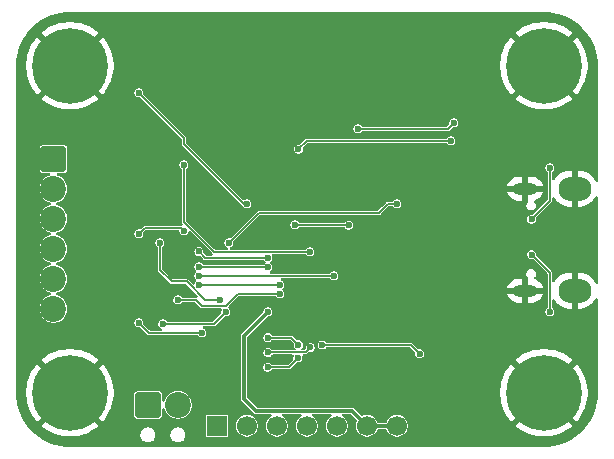
<source format=gbr>
%TF.GenerationSoftware,KiCad,Pcbnew,9.0.1*%
%TF.CreationDate,2025-05-21T17:24:48-04:00*%
%TF.ProjectId,control-module,636f6e74-726f-46c2-9d6d-6f64756c652e,rev?*%
%TF.SameCoordinates,Original*%
%TF.FileFunction,Copper,L2,Bot*%
%TF.FilePolarity,Positive*%
%FSLAX46Y46*%
G04 Gerber Fmt 4.6, Leading zero omitted, Abs format (unit mm)*
G04 Created by KiCad (PCBNEW 9.0.1) date 2025-05-21 17:24:48*
%MOMM*%
%LPD*%
G01*
G04 APERTURE LIST*
G04 Aperture macros list*
%AMRoundRect*
0 Rectangle with rounded corners*
0 $1 Rounding radius*
0 $2 $3 $4 $5 $6 $7 $8 $9 X,Y pos of 4 corners*
0 Add a 4 corners polygon primitive as box body*
4,1,4,$2,$3,$4,$5,$6,$7,$8,$9,$2,$3,0*
0 Add four circle primitives for the rounded corners*
1,1,$1+$1,$2,$3*
1,1,$1+$1,$4,$5*
1,1,$1+$1,$6,$7*
1,1,$1+$1,$8,$9*
0 Add four rect primitives between the rounded corners*
20,1,$1+$1,$2,$3,$4,$5,0*
20,1,$1+$1,$4,$5,$6,$7,0*
20,1,$1+$1,$6,$7,$8,$9,0*
20,1,$1+$1,$8,$9,$2,$3,0*%
G04 Aperture macros list end*
%TA.AperFunction,ComponentPad*%
%ADD10C,0.800000*%
%TD*%
%TA.AperFunction,ComponentPad*%
%ADD11C,6.400000*%
%TD*%
%TA.AperFunction,ComponentPad*%
%ADD12RoundRect,0.249999X-0.850001X0.850001X-0.850001X-0.850001X0.850001X-0.850001X0.850001X0.850001X0*%
%TD*%
%TA.AperFunction,ComponentPad*%
%ADD13C,2.200000*%
%TD*%
%TA.AperFunction,ComponentPad*%
%ADD14RoundRect,0.249999X-0.850001X-0.850001X0.850001X-0.850001X0.850001X0.850001X-0.850001X0.850001X0*%
%TD*%
%TA.AperFunction,HeatsinkPad*%
%ADD15O,2.100000X1.000000*%
%TD*%
%TA.AperFunction,HeatsinkPad*%
%ADD16O,2.794000X2.032000*%
%TD*%
%TA.AperFunction,ComponentPad*%
%ADD17R,1.700000X1.700000*%
%TD*%
%TA.AperFunction,ComponentPad*%
%ADD18C,1.700000*%
%TD*%
%TA.AperFunction,ViaPad*%
%ADD19C,0.600000*%
%TD*%
%TA.AperFunction,Conductor*%
%ADD20C,0.200000*%
%TD*%
%TA.AperFunction,Conductor*%
%ADD21C,0.355600*%
%TD*%
G04 APERTURE END LIST*
D10*
%TO.P,H1,1,1*%
%TO.N,GNDD*%
X158128000Y-84836000D03*
X158830944Y-83138944D03*
X158830944Y-86533056D03*
X160528000Y-82436000D03*
D11*
X160528000Y-84836000D03*
D10*
X160528000Y-87236000D03*
X162225056Y-83138944D03*
X162225056Y-86533056D03*
X162928000Y-84836000D03*
%TD*%
D12*
%TO.P,J1,1,Pin_1*%
%TO.N,/Valve Controller/Out*%
X119004500Y-65024000D03*
D13*
%TO.P,J1,2,Pin_2*%
%TO.N,/Recovery Power*%
X119004500Y-67564000D03*
%TO.P,J1,3,Pin_3*%
%TO.N,/Pyro Controller 1/Out*%
X119004500Y-70104000D03*
%TO.P,J1,4,Pin_4*%
%TO.N,/Recovery Power*%
X119004500Y-72644000D03*
%TO.P,J1,5,Pin_5*%
%TO.N,/Pyro Controller 2/Out*%
X119004500Y-75184000D03*
%TO.P,J1,6,Pin_6*%
%TO.N,/Recovery Power*%
X119004500Y-77724000D03*
%TD*%
D10*
%TO.P,H4,1,1*%
%TO.N,GNDD*%
X117996000Y-57150000D03*
X118698944Y-55452944D03*
X118698944Y-58847056D03*
X120396000Y-54750000D03*
D11*
X120396000Y-57150000D03*
D10*
X120396000Y-59550000D03*
X122093056Y-55452944D03*
X122093056Y-58847056D03*
X122796000Y-57150000D03*
%TD*%
%TO.P,H3,1,1*%
%TO.N,GNDD*%
X117996000Y-84836000D03*
X118698944Y-83138944D03*
X118698944Y-86533056D03*
X120396000Y-82436000D03*
D11*
X120396000Y-84836000D03*
D10*
X120396000Y-87236000D03*
X122093056Y-83138944D03*
X122093056Y-86533056D03*
X122796000Y-84836000D03*
%TD*%
D14*
%TO.P,J5,1,Pin_1*%
%TO.N,/Recovery Power*%
X127000000Y-85852000D03*
D13*
%TO.P,J5,2,Pin_2*%
%TO.N,+12V*%
X129540000Y-85852000D03*
%TD*%
D10*
%TO.P,H2,1,1*%
%TO.N,GNDD*%
X158128000Y-57150000D03*
X158830944Y-55452944D03*
X158830944Y-58847056D03*
X160528000Y-54750000D03*
D11*
X160528000Y-57150000D03*
D10*
X160528000Y-59550000D03*
X162225056Y-55452944D03*
X162225056Y-58847056D03*
X162928000Y-57150000D03*
%TD*%
D15*
%TO.P,J3,S1,SHIELD*%
%TO.N,GNDD*%
X158947000Y-76202000D03*
D16*
X163127000Y-76202000D03*
D15*
X158947000Y-67562000D03*
D16*
X163127000Y-67562000D03*
%TD*%
D17*
%TO.P,J2,1,Pin_1*%
%TO.N,+12V*%
X132842000Y-87630000D03*
D18*
%TO.P,J2,2,Pin_2*%
X135382000Y-87630000D03*
%TO.P,J2,3,Pin_3*%
%TO.N,+3.3V*%
X137922000Y-87630000D03*
%TO.P,J2,4,Pin_4*%
X140462000Y-87630000D03*
%TO.P,J2,5,Pin_5*%
%TO.N,+BATT*%
X143002000Y-87630000D03*
%TO.P,J2,6,Pin_6*%
%TO.N,GNDA*%
X145542000Y-87630000D03*
%TO.P,J2,7,Pin_7*%
X148082000Y-87630000D03*
%TD*%
D19*
%TO.N,GNDD*%
X122722000Y-71374000D03*
X155194000Y-78486000D03*
X124206000Y-72136000D03*
X131318000Y-70104000D03*
X150114000Y-75946000D03*
X133350000Y-60198000D03*
X138249000Y-70285000D03*
X124460000Y-65405000D03*
X151892000Y-82042000D03*
X155194000Y-87122000D03*
X130048000Y-61214000D03*
X135238000Y-64660000D03*
X151130000Y-56896000D03*
X155194000Y-84836000D03*
X148988000Y-64770000D03*
X155194000Y-87884000D03*
X129540000Y-74930000D03*
X144408000Y-58810000D03*
X129032000Y-68834000D03*
X131318000Y-68580000D03*
X155194000Y-85598000D03*
X135238000Y-56388000D03*
X124460000Y-79756000D03*
X131826000Y-77978000D03*
X124460000Y-70866000D03*
X130048000Y-59690000D03*
X152908000Y-84836000D03*
X132588000Y-82804000D03*
X146050000Y-82550000D03*
X155194000Y-86360000D03*
X141986000Y-84328000D03*
X153162000Y-75692000D03*
X130048000Y-60452000D03*
X133350000Y-82804000D03*
X149352000Y-67310000D03*
X122682000Y-79756000D03*
X148412200Y-70701000D03*
X139909427Y-83896757D03*
X148988000Y-56532000D03*
X152654000Y-82042000D03*
X138249000Y-78232000D03*
X130048000Y-58928000D03*
X155194000Y-71882000D03*
X122682000Y-78486000D03*
X130810000Y-65786000D03*
X152908000Y-85598000D03*
X122936000Y-72136000D03*
X151130000Y-57658000D03*
X145288000Y-78232000D03*
X124460000Y-57912000D03*
X155194000Y-88646000D03*
X124460000Y-78994000D03*
X144249000Y-78255000D03*
%TO.N,/MCU/VDD11*%
X144018000Y-70643000D03*
X139446000Y-70612000D03*
%TO.N,GNDA*%
X137160000Y-77978000D03*
%TO.N,/NRST*%
X148082000Y-68834000D03*
X133858000Y-72136000D03*
%TO.N,/BOOT0*%
X152654000Y-63500000D03*
X139749000Y-64213000D03*
%TO.N,/SD_EJECT*%
X144780000Y-62484000D03*
X152908000Y-61976000D03*
%TO.N,/IMU Sensors/pres_mosi*%
X140749000Y-80993000D03*
X137160000Y-81417000D03*
%TO.N,/IMU Sensors/imu_int2*%
X138176000Y-76454000D03*
X129540000Y-76962000D03*
%TO.N,/IMU Sensors/pres_miso*%
X139700000Y-81893200D03*
X137160000Y-82667000D03*
%TO.N,/IMU Sensors/imu_sclk*%
X142748000Y-74930000D03*
X131318000Y-74930000D03*
%TO.N,/IMU Sensors/pres_sclk*%
X139749000Y-80772000D03*
X137160000Y-80167000D03*
%TO.N,/IMU Sensors/imu_int1*%
X137160000Y-73406000D03*
X131318000Y-72868147D03*
%TO.N,/IMU Sensors/imu_mosi*%
X131318000Y-74168000D03*
X137160000Y-74201000D03*
%TO.N,/IMU Sensors/imu_cs*%
X131318000Y-75692000D03*
X138176000Y-75692000D03*
%TO.N,Net-(J3-CC2)*%
X159484000Y-70132000D03*
X161036000Y-65786000D03*
%TO.N,Net-(J3-CC1)*%
X161036000Y-77978000D03*
X159492000Y-73132000D03*
%TO.N,/Bat Sense*%
X141749000Y-80793944D03*
X150006000Y-81534000D03*
%TO.N,/MCU/ADC1_IN15*%
X140716000Y-72898000D03*
X130048000Y-65532000D03*
%TO.N,/MCU/ADC1_IN5*%
X133096000Y-76962000D03*
X128016000Y-72136000D03*
%TO.N,/MCU/ADC1_IN6*%
X133604000Y-77978000D03*
X128270000Y-78994000D03*
%TO.N,/MCU/PYRO2_FIRE*%
X126238000Y-78901000D03*
X131572000Y-79756000D03*
%TO.N,/MCU/VALVE_FIRE*%
X135382000Y-68834000D03*
X126238000Y-59436000D03*
%TO.N,/MCU/PYRO1_FIRE*%
X126238000Y-71374000D03*
X130048000Y-71120000D03*
%TD*%
D20*
%TO.N,/MCU/VDD11*%
X139477000Y-70643000D02*
X139446000Y-70612000D01*
X144018000Y-70643000D02*
X139477000Y-70643000D01*
D21*
%TO.N,GNDA*%
X136144000Y-86360000D02*
X144272000Y-86360000D01*
X135128000Y-80010000D02*
X135128000Y-85344000D01*
X137160000Y-77978000D02*
X135128000Y-80010000D01*
X148082000Y-87630000D02*
X145542000Y-87630000D01*
X144272000Y-86360000D02*
X145542000Y-87630000D01*
X135128000Y-85344000D02*
X136144000Y-86360000D01*
D20*
%TO.N,/NRST*%
X147320000Y-68834000D02*
X146558000Y-69596000D01*
X136398000Y-69596000D02*
X133858000Y-72136000D01*
X146558000Y-69596000D02*
X136398000Y-69596000D01*
X148082000Y-68834000D02*
X147320000Y-68834000D01*
%TO.N,/BOOT0*%
X140462000Y-63500000D02*
X139749000Y-64213000D01*
X152654000Y-63500000D02*
X140462000Y-63500000D01*
%TO.N,/SD_EJECT*%
X152908000Y-61976000D02*
X152400000Y-62484000D01*
X152400000Y-62484000D02*
X144780000Y-62484000D01*
%TO.N,/IMU Sensors/pres_mosi*%
X140749000Y-80993000D02*
X140716000Y-81026000D01*
X140716000Y-81046000D02*
X140345000Y-81417000D01*
X140345000Y-81417000D02*
X137160000Y-81417000D01*
X140716000Y-81026000D02*
X140716000Y-81046000D01*
%TO.N,/IMU Sensors/imu_int2*%
X129540000Y-76962000D02*
X131064000Y-76962000D01*
X134620000Y-76454000D02*
X138176000Y-76454000D01*
X133604000Y-77470000D02*
X134620000Y-76454000D01*
X131572000Y-77470000D02*
X133604000Y-77470000D01*
X131064000Y-76962000D02*
X131572000Y-77470000D01*
%TO.N,/IMU Sensors/pres_miso*%
X139700000Y-81893200D02*
X138926200Y-82667000D01*
X138926200Y-82667000D02*
X137160000Y-82667000D01*
%TO.N,/IMU Sensors/imu_sclk*%
X131318000Y-74930000D02*
X142748000Y-74930000D01*
%TO.N,/IMU Sensors/pres_sclk*%
X137160000Y-80167000D02*
X139144000Y-80167000D01*
X139144000Y-80167000D02*
X139749000Y-80772000D01*
%TO.N,/IMU Sensors/imu_int1*%
X131855853Y-73406000D02*
X137160000Y-73406000D01*
X131318000Y-72868147D02*
X131855853Y-73406000D01*
%TO.N,/IMU Sensors/imu_mosi*%
X137127000Y-74168000D02*
X137160000Y-74201000D01*
X131318000Y-74168000D02*
X137127000Y-74168000D01*
%TO.N,/IMU Sensors/imu_cs*%
X131318000Y-75692000D02*
X138176000Y-75692000D01*
%TO.N,Net-(J3-CC2)*%
X161036000Y-68580000D02*
X161036000Y-65786000D01*
X159484000Y-70132000D02*
X161036000Y-68580000D01*
%TO.N,Net-(J3-CC1)*%
X161036000Y-74676000D02*
X161036000Y-77978000D01*
X159492000Y-73132000D02*
X161036000Y-74676000D01*
%TO.N,/Bat Sense*%
X149265944Y-80793944D02*
X150006000Y-81534000D01*
X141749000Y-80793944D02*
X149265944Y-80793944D01*
%TO.N,/MCU/ADC1_IN15*%
X132588000Y-72898000D02*
X130048000Y-70358000D01*
X130048000Y-70358000D02*
X130048000Y-65532000D01*
X140716000Y-72898000D02*
X132588000Y-72898000D01*
%TO.N,/MCU/ADC1_IN5*%
X128016000Y-74422000D02*
X129001200Y-75407200D01*
X129001200Y-75407200D02*
X130271200Y-75407200D01*
X131826000Y-76962000D02*
X133096000Y-76962000D01*
X128016000Y-72136000D02*
X128016000Y-74422000D01*
X130271200Y-75407200D02*
X131826000Y-76962000D01*
%TO.N,/MCU/ADC1_IN6*%
X132588000Y-78994000D02*
X128270000Y-78994000D01*
X133604000Y-77978000D02*
X132588000Y-78994000D01*
%TO.N,/MCU/PYRO2_FIRE*%
X127093000Y-79756000D02*
X131572000Y-79756000D01*
X126238000Y-78901000D02*
X127093000Y-79756000D01*
%TO.N,/MCU/VALVE_FIRE*%
X130048000Y-63246000D02*
X130048000Y-63754000D01*
X135128000Y-68834000D02*
X135382000Y-68834000D01*
X126238000Y-59436000D02*
X130048000Y-63246000D01*
X130048000Y-63754000D02*
X135128000Y-68834000D01*
%TO.N,/MCU/PYRO1_FIRE*%
X126748929Y-70863071D02*
X126238000Y-71374000D01*
X130048000Y-71121711D02*
X129789360Y-70863071D01*
X129789360Y-70863071D02*
X126748929Y-70863071D01*
X130048000Y-71120000D02*
X130048000Y-71121711D01*
%TD*%
%TA.AperFunction,Conductor*%
%TO.N,GNDD*%
G36*
X160530702Y-52570616D02*
G01*
X160543819Y-52571188D01*
X160921742Y-52587688D01*
X160932477Y-52588628D01*
X161317859Y-52639364D01*
X161328493Y-52641239D01*
X161707985Y-52725371D01*
X161718425Y-52728169D01*
X162089119Y-52845048D01*
X162099280Y-52848746D01*
X162458384Y-52997492D01*
X162468180Y-53002060D01*
X162812966Y-53181544D01*
X162822306Y-53186937D01*
X163092434Y-53359028D01*
X163150123Y-53395780D01*
X163158984Y-53401984D01*
X163467354Y-53638604D01*
X163475641Y-53645558D01*
X163762205Y-53908145D01*
X163769854Y-53915794D01*
X164032441Y-54202358D01*
X164039395Y-54210645D01*
X164276015Y-54519015D01*
X164282219Y-54527876D01*
X164491054Y-54855679D01*
X164496463Y-54865047D01*
X164675936Y-55209813D01*
X164680508Y-55219617D01*
X164829252Y-55578717D01*
X164832952Y-55588883D01*
X164949829Y-55959570D01*
X164952629Y-55970018D01*
X165036758Y-56349498D01*
X165038636Y-56360151D01*
X165089369Y-56745499D01*
X165090312Y-56756276D01*
X165107384Y-57147297D01*
X165107502Y-57152706D01*
X165107502Y-66845423D01*
X165087817Y-66912462D01*
X165035013Y-66958217D01*
X164965855Y-66968161D01*
X164902299Y-66939136D01*
X164873017Y-66901718D01*
X164804599Y-66767442D01*
X164664337Y-66574390D01*
X164664337Y-66574389D01*
X164495610Y-66405662D01*
X164302557Y-66265400D01*
X164089942Y-66157066D01*
X164089939Y-66157065D01*
X163862999Y-66083329D01*
X163627311Y-66046000D01*
X163377000Y-66046000D01*
X163377000Y-67262000D01*
X162877000Y-67262000D01*
X162877000Y-66046000D01*
X162626689Y-66046000D01*
X162391000Y-66083329D01*
X162164060Y-66157065D01*
X162164057Y-66157066D01*
X161951442Y-66265400D01*
X161758390Y-66405662D01*
X161758389Y-66405662D01*
X161589662Y-66574389D01*
X161589662Y-66574390D01*
X161449400Y-66767443D01*
X161447184Y-66771792D01*
X161399208Y-66822587D01*
X161331387Y-66839381D01*
X161265252Y-66816842D01*
X161221802Y-66762126D01*
X161212700Y-66715495D01*
X161212700Y-66190481D01*
X161232385Y-66123442D01*
X161261212Y-66092106D01*
X161267292Y-66087439D01*
X161267300Y-66087435D01*
X161337435Y-66017300D01*
X161387029Y-65931401D01*
X161412700Y-65835594D01*
X161412700Y-65736406D01*
X161387029Y-65640599D01*
X161337435Y-65554700D01*
X161267300Y-65484565D01*
X161224350Y-65459768D01*
X161181402Y-65434971D01*
X161133497Y-65422135D01*
X161085594Y-65409300D01*
X160986406Y-65409300D01*
X160890597Y-65434971D01*
X160804700Y-65484565D01*
X160804697Y-65484567D01*
X160734567Y-65554697D01*
X160734565Y-65554700D01*
X160684971Y-65640597D01*
X160659300Y-65736406D01*
X160659300Y-65835593D01*
X160684971Y-65931402D01*
X160701400Y-65959857D01*
X160734565Y-66017300D01*
X160804700Y-66087435D01*
X160804703Y-66087437D01*
X160810788Y-66092106D01*
X160851990Y-66148535D01*
X160859300Y-66190481D01*
X160859300Y-68455446D01*
X160839615Y-68522485D01*
X160822981Y-68543127D01*
X159645064Y-69721043D01*
X159583741Y-69754528D01*
X159541197Y-69756301D01*
X159533594Y-69755300D01*
X159434406Y-69755300D01*
X159338597Y-69780971D01*
X159252700Y-69830565D01*
X159252697Y-69830567D01*
X159182567Y-69900697D01*
X159182565Y-69900700D01*
X159132971Y-69986597D01*
X159107300Y-70082406D01*
X159107300Y-70181593D01*
X159132971Y-70277402D01*
X159137247Y-70284808D01*
X159182565Y-70363300D01*
X159252700Y-70433435D01*
X159338599Y-70483029D01*
X159434406Y-70508700D01*
X159434408Y-70508700D01*
X159533592Y-70508700D01*
X159533594Y-70508700D01*
X159629401Y-70483029D01*
X159715300Y-70433435D01*
X159785435Y-70363300D01*
X159835029Y-70277401D01*
X159860700Y-70181594D01*
X159860700Y-70082406D01*
X159860700Y-70082405D01*
X159859699Y-70074805D01*
X159870461Y-70005770D01*
X159894953Y-69970936D01*
X161185799Y-68680093D01*
X161212700Y-68615148D01*
X161212700Y-68544853D01*
X161212700Y-68408504D01*
X161232385Y-68341465D01*
X161285189Y-68295710D01*
X161354347Y-68285766D01*
X161417903Y-68314791D01*
X161447186Y-68352212D01*
X161449399Y-68356555D01*
X161589662Y-68549609D01*
X161589662Y-68549610D01*
X161758389Y-68718337D01*
X161951442Y-68858599D01*
X162164057Y-68966933D01*
X162164060Y-68966934D01*
X162391000Y-69040670D01*
X162626689Y-69078000D01*
X162877000Y-69078000D01*
X162877000Y-67862000D01*
X163377000Y-67862000D01*
X163377000Y-69078000D01*
X163627311Y-69078000D01*
X163862999Y-69040670D01*
X164089939Y-68966934D01*
X164089942Y-68966933D01*
X164302557Y-68858599D01*
X164495609Y-68718337D01*
X164495610Y-68718337D01*
X164664337Y-68549610D01*
X164664337Y-68549609D01*
X164804599Y-68356557D01*
X164873017Y-68222281D01*
X164920992Y-68171485D01*
X164988813Y-68154690D01*
X165054948Y-68177227D01*
X165098399Y-68231942D01*
X165107502Y-68278576D01*
X165107502Y-75485423D01*
X165087817Y-75552462D01*
X165035013Y-75598217D01*
X164965855Y-75608161D01*
X164902299Y-75579136D01*
X164873017Y-75541718D01*
X164804599Y-75407442D01*
X164664337Y-75214390D01*
X164664337Y-75214389D01*
X164495610Y-75045662D01*
X164302557Y-74905400D01*
X164089942Y-74797066D01*
X164089939Y-74797065D01*
X163862999Y-74723329D01*
X163627311Y-74686000D01*
X163377000Y-74686000D01*
X163377000Y-75902000D01*
X162877000Y-75902000D01*
X162877000Y-74686000D01*
X162626689Y-74686000D01*
X162391000Y-74723329D01*
X162164060Y-74797065D01*
X162164057Y-74797066D01*
X161951442Y-74905400D01*
X161758390Y-75045662D01*
X161758389Y-75045662D01*
X161589662Y-75214389D01*
X161589662Y-75214390D01*
X161449400Y-75407443D01*
X161447184Y-75411792D01*
X161399208Y-75462587D01*
X161331387Y-75479381D01*
X161265252Y-75456842D01*
X161221802Y-75402126D01*
X161212700Y-75355495D01*
X161212700Y-74735101D01*
X161212700Y-74711150D01*
X161212701Y-74711148D01*
X161212701Y-74640853D01*
X161195240Y-74598700D01*
X161185799Y-74575907D01*
X161136093Y-74526201D01*
X161129028Y-74519136D01*
X161129021Y-74519130D01*
X159902956Y-73293065D01*
X159869471Y-73231742D01*
X159867699Y-73189191D01*
X159868700Y-73181591D01*
X159868700Y-73082408D01*
X159868700Y-73082406D01*
X159843029Y-72986599D01*
X159793435Y-72900700D01*
X159723300Y-72830565D01*
X159680350Y-72805768D01*
X159637402Y-72780971D01*
X159589497Y-72768135D01*
X159541594Y-72755300D01*
X159442406Y-72755300D01*
X159346597Y-72780971D01*
X159260700Y-72830565D01*
X159260697Y-72830567D01*
X159190567Y-72900697D01*
X159190565Y-72900700D01*
X159140971Y-72986597D01*
X159132659Y-73017619D01*
X159115300Y-73082406D01*
X159115300Y-73181594D01*
X159122808Y-73209615D01*
X159140971Y-73277402D01*
X159165768Y-73320350D01*
X159190565Y-73363300D01*
X159260700Y-73433435D01*
X159346599Y-73483029D01*
X159442406Y-73508700D01*
X159442408Y-73508700D01*
X159541592Y-73508700D01*
X159541594Y-73508700D01*
X159541595Y-73508699D01*
X159549191Y-73507699D01*
X159618227Y-73518460D01*
X159653065Y-73542956D01*
X160822981Y-74712872D01*
X160856466Y-74774195D01*
X160859300Y-74800553D01*
X160859300Y-77573518D01*
X160839615Y-77640557D01*
X160810789Y-77671892D01*
X160804702Y-77676562D01*
X160734565Y-77746700D01*
X160684971Y-77832597D01*
X160659300Y-77928406D01*
X160659300Y-78027593D01*
X160684971Y-78123402D01*
X160694014Y-78139064D01*
X160734565Y-78209300D01*
X160804700Y-78279435D01*
X160890599Y-78329029D01*
X160986406Y-78354700D01*
X160986408Y-78354700D01*
X161085592Y-78354700D01*
X161085594Y-78354700D01*
X161181401Y-78329029D01*
X161267300Y-78279435D01*
X161337435Y-78209300D01*
X161387029Y-78123401D01*
X161412700Y-78027594D01*
X161412700Y-77928406D01*
X161387029Y-77832599D01*
X161337435Y-77746700D01*
X161267300Y-77676565D01*
X161267299Y-77676564D01*
X161267297Y-77676562D01*
X161261211Y-77671892D01*
X161220010Y-77615463D01*
X161212700Y-77573518D01*
X161212700Y-77048504D01*
X161232385Y-76981465D01*
X161285189Y-76935710D01*
X161354347Y-76925766D01*
X161417903Y-76954791D01*
X161447186Y-76992212D01*
X161449399Y-76996555D01*
X161589662Y-77189609D01*
X161589662Y-77189610D01*
X161758389Y-77358337D01*
X161951442Y-77498599D01*
X162164057Y-77606933D01*
X162164060Y-77606934D01*
X162391000Y-77680670D01*
X162626689Y-77718000D01*
X162877000Y-77718000D01*
X162877000Y-76502000D01*
X163377000Y-76502000D01*
X163377000Y-77718000D01*
X163627311Y-77718000D01*
X163862999Y-77680670D01*
X164089939Y-77606934D01*
X164089942Y-77606933D01*
X164302557Y-77498599D01*
X164495609Y-77358337D01*
X164495610Y-77358337D01*
X164664337Y-77189610D01*
X164664337Y-77189609D01*
X164804599Y-76996557D01*
X164873017Y-76862281D01*
X164920992Y-76811485D01*
X164988813Y-76794690D01*
X165054948Y-76817227D01*
X165098399Y-76871942D01*
X165107502Y-76918576D01*
X165107502Y-84833293D01*
X165107384Y-84838702D01*
X165090312Y-85229723D01*
X165089369Y-85240500D01*
X165038636Y-85625848D01*
X165036758Y-85636501D01*
X164952629Y-86015981D01*
X164949829Y-86026429D01*
X164832952Y-86397116D01*
X164829252Y-86407282D01*
X164680508Y-86766382D01*
X164675936Y-86776186D01*
X164496463Y-87120952D01*
X164491054Y-87130320D01*
X164282219Y-87458123D01*
X164276015Y-87466984D01*
X164039395Y-87775354D01*
X164032441Y-87783641D01*
X163769854Y-88070205D01*
X163762205Y-88077854D01*
X163475641Y-88340441D01*
X163467354Y-88347395D01*
X163158984Y-88584015D01*
X163150123Y-88590219D01*
X162822320Y-88799054D01*
X162812952Y-88804463D01*
X162468186Y-88983936D01*
X162458382Y-88988508D01*
X162099282Y-89137252D01*
X162089116Y-89140952D01*
X161718429Y-89257829D01*
X161707981Y-89260629D01*
X161328501Y-89344758D01*
X161317848Y-89346636D01*
X160932500Y-89397369D01*
X160921723Y-89398312D01*
X160530703Y-89415384D01*
X160525294Y-89415502D01*
X120398708Y-89415502D01*
X120393299Y-89415384D01*
X120002278Y-89398312D01*
X119991502Y-89397369D01*
X119606151Y-89346636D01*
X119595498Y-89344758D01*
X119216022Y-89260631D01*
X119205572Y-89257831D01*
X118834883Y-89140953D01*
X118824718Y-89137253D01*
X118465618Y-88988509D01*
X118455814Y-88983937D01*
X118111057Y-88804468D01*
X118101689Y-88799060D01*
X117773868Y-88590215D01*
X117765007Y-88584010D01*
X117456646Y-88347396D01*
X117448359Y-88340442D01*
X117161795Y-88077855D01*
X117154146Y-88070206D01*
X116891558Y-87783642D01*
X116884604Y-87775355D01*
X116789176Y-87650991D01*
X116647984Y-87466985D01*
X116641780Y-87458124D01*
X116579076Y-87359699D01*
X116432937Y-87130307D01*
X116427544Y-87120967D01*
X116248060Y-86776181D01*
X116243491Y-86766383D01*
X116236737Y-86750077D01*
X116094742Y-86407271D01*
X116091053Y-86397136D01*
X115974166Y-86026417D01*
X115971369Y-86015978D01*
X115940853Y-85878330D01*
X115887240Y-85636497D01*
X115885363Y-85625848D01*
X115879355Y-85580212D01*
X115834628Y-85240477D01*
X115833688Y-85229742D01*
X115816618Y-84838746D01*
X115816500Y-84833338D01*
X115816500Y-84654234D01*
X116696000Y-84654234D01*
X116696000Y-85017765D01*
X116731632Y-85379556D01*
X116802550Y-85736090D01*
X116802553Y-85736101D01*
X116908086Y-86083997D01*
X117047207Y-86419864D01*
X117047209Y-86419869D01*
X117218570Y-86740462D01*
X117218581Y-86740480D01*
X117420551Y-87042750D01*
X117607678Y-87270765D01*
X117607679Y-87270766D01*
X119101747Y-85776697D01*
X119175588Y-85878330D01*
X119353670Y-86056412D01*
X119455301Y-86130251D01*
X117961232Y-87624319D01*
X117961233Y-87624320D01*
X118189249Y-87811448D01*
X118491519Y-88013418D01*
X118491537Y-88013429D01*
X118812130Y-88184790D01*
X118812135Y-88184792D01*
X119148002Y-88323913D01*
X119495898Y-88429446D01*
X119495909Y-88429449D01*
X119852443Y-88500367D01*
X120214234Y-88536000D01*
X120577766Y-88536000D01*
X120939556Y-88500367D01*
X121174034Y-88453727D01*
X126373299Y-88453727D01*
X126397382Y-88574796D01*
X126397384Y-88574802D01*
X126444625Y-88688852D01*
X126513210Y-88791498D01*
X126600501Y-88878789D01*
X126651824Y-88913081D01*
X126703146Y-88947374D01*
X126817198Y-88994616D01*
X126817202Y-88994616D01*
X126817203Y-88994617D01*
X126938272Y-89018700D01*
X126938275Y-89018700D01*
X127061727Y-89018700D01*
X127143180Y-89002497D01*
X127182802Y-88994616D01*
X127296854Y-88947374D01*
X127399498Y-88878789D01*
X127486789Y-88791498D01*
X127555374Y-88688854D01*
X127602616Y-88574802D01*
X127626700Y-88453727D01*
X128913299Y-88453727D01*
X128937382Y-88574796D01*
X128937384Y-88574802D01*
X128984625Y-88688852D01*
X129053210Y-88791498D01*
X129140501Y-88878789D01*
X129191824Y-88913081D01*
X129243146Y-88947374D01*
X129357198Y-88994616D01*
X129357202Y-88994616D01*
X129357203Y-88994617D01*
X129478272Y-89018700D01*
X129478275Y-89018700D01*
X129601727Y-89018700D01*
X129683180Y-89002497D01*
X129722802Y-88994616D01*
X129836854Y-88947374D01*
X129939498Y-88878789D01*
X130026789Y-88791498D01*
X130095374Y-88688854D01*
X130142616Y-88574802D01*
X130166700Y-88453725D01*
X130166700Y-88330275D01*
X130166700Y-88330272D01*
X130142617Y-88209203D01*
X130142616Y-88209202D01*
X130142616Y-88209198D01*
X130095374Y-88095146D01*
X130040765Y-88013418D01*
X130026789Y-87992501D01*
X129939498Y-87905210D01*
X129862688Y-87853888D01*
X129836854Y-87836626D01*
X129722802Y-87789384D01*
X129722796Y-87789382D01*
X129601727Y-87765300D01*
X129601725Y-87765300D01*
X129478275Y-87765300D01*
X129478273Y-87765300D01*
X129357203Y-87789382D01*
X129357197Y-87789384D01*
X129243147Y-87836625D01*
X129140501Y-87905210D01*
X129053210Y-87992501D01*
X128984625Y-88095147D01*
X128937384Y-88209197D01*
X128937382Y-88209203D01*
X128913300Y-88330272D01*
X128913300Y-88330275D01*
X128913300Y-88453725D01*
X128913300Y-88453727D01*
X128913299Y-88453727D01*
X127626700Y-88453727D01*
X127626700Y-88453725D01*
X127626700Y-88330275D01*
X127626700Y-88330272D01*
X127602617Y-88209203D01*
X127602616Y-88209202D01*
X127602616Y-88209198D01*
X127555374Y-88095146D01*
X127500765Y-88013418D01*
X127486789Y-87992501D01*
X127399498Y-87905210D01*
X127322688Y-87853888D01*
X127296854Y-87836626D01*
X127182802Y-87789384D01*
X127182796Y-87789382D01*
X127061727Y-87765300D01*
X127061725Y-87765300D01*
X126938275Y-87765300D01*
X126938273Y-87765300D01*
X126817203Y-87789382D01*
X126817197Y-87789384D01*
X126703147Y-87836625D01*
X126600501Y-87905210D01*
X126513210Y-87992501D01*
X126444625Y-88095147D01*
X126397384Y-88209197D01*
X126397382Y-88209203D01*
X126373300Y-88330272D01*
X126373300Y-88330275D01*
X126373300Y-88453725D01*
X126373300Y-88453727D01*
X126373299Y-88453727D01*
X121174034Y-88453727D01*
X121296090Y-88429449D01*
X121296101Y-88429446D01*
X121643997Y-88323913D01*
X121919921Y-88209622D01*
X121979864Y-88184792D01*
X121979869Y-88184790D01*
X122300462Y-88013429D01*
X122300480Y-88013418D01*
X122602736Y-87811457D01*
X122602750Y-87811447D01*
X122830765Y-87624320D01*
X122830766Y-87624319D01*
X121336698Y-86130251D01*
X121438330Y-86056412D01*
X121616412Y-85878330D01*
X121690251Y-85776698D01*
X123184319Y-87270766D01*
X123184320Y-87270765D01*
X123371447Y-87042750D01*
X123371457Y-87042736D01*
X123573418Y-86740480D01*
X123573429Y-86740462D01*
X123744790Y-86419869D01*
X123744792Y-86419864D01*
X123883913Y-86083997D01*
X123989446Y-85736101D01*
X123989449Y-85736090D01*
X124060367Y-85379556D01*
X124096000Y-85017765D01*
X124096000Y-84963709D01*
X125823300Y-84963709D01*
X125823300Y-86740284D01*
X125829563Y-86787858D01*
X125829563Y-86787859D01*
X125829564Y-86787861D01*
X125862458Y-86858404D01*
X125878255Y-86892281D01*
X125959718Y-86973744D01*
X125959719Y-86973744D01*
X125959721Y-86973746D01*
X126064139Y-87022436D01*
X126111717Y-87028700D01*
X127888282Y-87028699D01*
X127888284Y-87028699D01*
X127907313Y-87026193D01*
X127935861Y-87022436D01*
X128040279Y-86973746D01*
X128121746Y-86892279D01*
X128170436Y-86787861D01*
X128176700Y-86740283D01*
X128176699Y-86246978D01*
X128196383Y-86179942D01*
X128249187Y-86134187D01*
X128318346Y-86124243D01*
X128381902Y-86153268D01*
X128418630Y-86208662D01*
X128449510Y-86303699D01*
X128533595Y-86468724D01*
X128639505Y-86614498D01*
X128642463Y-86618569D01*
X128773431Y-86749537D01*
X128826176Y-86787858D01*
X128923275Y-86858404D01*
X129088299Y-86942489D01*
X129088301Y-86942489D01*
X129088304Y-86942491D01*
X129182725Y-86973170D01*
X129264454Y-86999726D01*
X129447387Y-87028700D01*
X129447392Y-87028700D01*
X129632613Y-87028700D01*
X129815545Y-86999726D01*
X129991696Y-86942491D01*
X130156725Y-86858404D01*
X130275047Y-86772439D01*
X131915300Y-86772439D01*
X131915300Y-88487560D01*
X131919748Y-88509922D01*
X131919751Y-88509929D01*
X131936701Y-88535298D01*
X131962070Y-88552248D01*
X131962073Y-88552250D01*
X131962076Y-88552250D01*
X131962077Y-88552251D01*
X131984439Y-88556699D01*
X131984442Y-88556700D01*
X131984444Y-88556700D01*
X133699558Y-88556700D01*
X133699559Y-88556699D01*
X133721927Y-88552250D01*
X133747298Y-88535298D01*
X133764250Y-88509927D01*
X133768700Y-88487556D01*
X133768700Y-87538723D01*
X134455300Y-87538723D01*
X134455300Y-87721276D01*
X134490910Y-87900300D01*
X134490912Y-87900308D01*
X134560767Y-88068954D01*
X134560772Y-88068963D01*
X134662184Y-88220736D01*
X134662187Y-88220740D01*
X134791259Y-88349812D01*
X134791263Y-88349815D01*
X134943036Y-88451227D01*
X134943042Y-88451230D01*
X134943043Y-88451231D01*
X135111692Y-88521088D01*
X135268346Y-88552248D01*
X135290723Y-88556699D01*
X135290727Y-88556700D01*
X135290728Y-88556700D01*
X135473273Y-88556700D01*
X135473274Y-88556699D01*
X135652308Y-88521088D01*
X135820957Y-88451231D01*
X135972737Y-88349815D01*
X136101815Y-88220737D01*
X136203231Y-88068957D01*
X136273088Y-87900308D01*
X136308700Y-87721272D01*
X136308700Y-87538728D01*
X136273088Y-87359692D01*
X136203231Y-87191043D01*
X136203230Y-87191042D01*
X136203227Y-87191036D01*
X136101815Y-87039263D01*
X136101812Y-87039259D01*
X135972740Y-86910187D01*
X135972736Y-86910184D01*
X135820963Y-86808772D01*
X135820954Y-86808767D01*
X135652308Y-86738912D01*
X135652300Y-86738910D01*
X135473276Y-86703300D01*
X135473272Y-86703300D01*
X135290728Y-86703300D01*
X135290723Y-86703300D01*
X135111699Y-86738910D01*
X135111691Y-86738912D01*
X134943045Y-86808767D01*
X134943036Y-86808772D01*
X134791263Y-86910184D01*
X134791259Y-86910187D01*
X134662187Y-87039259D01*
X134662184Y-87039263D01*
X134560772Y-87191036D01*
X134560767Y-87191045D01*
X134490912Y-87359691D01*
X134490910Y-87359699D01*
X134455300Y-87538723D01*
X133768700Y-87538723D01*
X133768700Y-86772444D01*
X133768700Y-86772441D01*
X133768699Y-86772439D01*
X133764251Y-86750077D01*
X133764250Y-86750076D01*
X133764250Y-86750073D01*
X133763891Y-86749536D01*
X133747298Y-86724701D01*
X133721929Y-86707751D01*
X133721922Y-86707748D01*
X133699559Y-86703300D01*
X133699556Y-86703300D01*
X131984444Y-86703300D01*
X131984441Y-86703300D01*
X131962077Y-86707748D01*
X131962070Y-86707751D01*
X131936701Y-86724701D01*
X131919751Y-86750070D01*
X131919748Y-86750077D01*
X131915300Y-86772439D01*
X130275047Y-86772439D01*
X130306569Y-86749537D01*
X130437537Y-86618569D01*
X130546404Y-86468725D01*
X130630491Y-86303696D01*
X130687726Y-86127545D01*
X130696970Y-86069181D01*
X130716700Y-85944613D01*
X130716700Y-85759386D01*
X130687726Y-85576454D01*
X130630489Y-85400299D01*
X130546404Y-85235275D01*
X130437536Y-85085430D01*
X130306569Y-84954463D01*
X130156724Y-84845595D01*
X129991700Y-84761510D01*
X129815545Y-84704273D01*
X129632613Y-84675300D01*
X129632608Y-84675300D01*
X129447392Y-84675300D01*
X129447387Y-84675300D01*
X129264454Y-84704273D01*
X129088299Y-84761510D01*
X128923275Y-84845595D01*
X128773430Y-84954463D01*
X128642463Y-85085430D01*
X128533595Y-85235275D01*
X128449510Y-85400300D01*
X128418630Y-85495339D01*
X128379192Y-85553014D01*
X128314833Y-85580212D01*
X128245987Y-85568297D01*
X128194511Y-85521052D01*
X128176699Y-85457020D01*
X128176699Y-84963715D01*
X128170436Y-84916141D01*
X128170436Y-84916139D01*
X128121746Y-84811721D01*
X128121744Y-84811719D01*
X128121744Y-84811718D01*
X128040281Y-84730255D01*
X127984561Y-84704273D01*
X127935861Y-84681564D01*
X127935857Y-84681563D01*
X127888283Y-84675300D01*
X126111715Y-84675300D01*
X126064141Y-84681563D01*
X125959718Y-84730255D01*
X125878255Y-84811718D01*
X125829564Y-84916138D01*
X125829563Y-84916142D01*
X125823300Y-84963709D01*
X124096000Y-84963709D01*
X124096000Y-84654234D01*
X124060367Y-84292443D01*
X123989449Y-83935909D01*
X123989446Y-83935898D01*
X123883913Y-83588002D01*
X123744792Y-83252135D01*
X123744790Y-83252130D01*
X123573429Y-82931537D01*
X123573418Y-82931519D01*
X123371448Y-82629249D01*
X123184320Y-82401233D01*
X123184319Y-82401232D01*
X121690251Y-83895300D01*
X121616412Y-83793670D01*
X121438330Y-83615588D01*
X121336698Y-83541748D01*
X122830766Y-82047679D01*
X122830765Y-82047678D01*
X122602750Y-81860551D01*
X122300480Y-81658581D01*
X122300462Y-81658570D01*
X121979869Y-81487209D01*
X121979864Y-81487207D01*
X121643997Y-81348086D01*
X121296101Y-81242553D01*
X121296090Y-81242550D01*
X120939556Y-81171632D01*
X120577766Y-81136000D01*
X120214234Y-81136000D01*
X119852443Y-81171632D01*
X119495909Y-81242550D01*
X119495898Y-81242553D01*
X119148002Y-81348086D01*
X118812135Y-81487207D01*
X118812130Y-81487209D01*
X118491537Y-81658570D01*
X118491519Y-81658581D01*
X118189258Y-81860545D01*
X118189254Y-81860548D01*
X117961233Y-82047679D01*
X117961233Y-82047680D01*
X119455301Y-83541748D01*
X119353670Y-83615588D01*
X119175588Y-83793670D01*
X119101748Y-83895301D01*
X117607680Y-82401233D01*
X117607679Y-82401233D01*
X117420548Y-82629254D01*
X117420545Y-82629258D01*
X117218581Y-82931519D01*
X117218570Y-82931537D01*
X117047209Y-83252130D01*
X117047207Y-83252135D01*
X116908086Y-83588002D01*
X116802553Y-83935898D01*
X116802550Y-83935909D01*
X116731632Y-84292443D01*
X116696000Y-84654234D01*
X115816500Y-84654234D01*
X115816500Y-64135709D01*
X117827800Y-64135709D01*
X117827800Y-65912284D01*
X117834063Y-65959858D01*
X117882755Y-66064281D01*
X117964218Y-66145744D01*
X117964219Y-66145744D01*
X117964221Y-66145746D01*
X118068639Y-66194436D01*
X118116217Y-66200700D01*
X118609520Y-66200699D01*
X118676557Y-66220383D01*
X118722312Y-66273187D01*
X118732256Y-66342346D01*
X118703231Y-66405902D01*
X118647838Y-66442629D01*
X118552803Y-66473508D01*
X118387775Y-66557595D01*
X118237930Y-66666463D01*
X118106963Y-66797430D01*
X117998095Y-66947275D01*
X117914010Y-67112299D01*
X117856773Y-67288454D01*
X117827800Y-67471386D01*
X117827800Y-67656613D01*
X117856773Y-67839545D01*
X117914010Y-68015700D01*
X117998095Y-68180724D01*
X117998096Y-68180725D01*
X118106963Y-68330569D01*
X118237931Y-68461537D01*
X118323312Y-68523569D01*
X118387775Y-68570404D01*
X118552799Y-68654489D01*
X118552801Y-68654489D01*
X118552804Y-68654491D01*
X118631599Y-68680093D01*
X118728954Y-68711726D01*
X118733683Y-68712861D01*
X118733359Y-68714209D01*
X118790834Y-68741458D01*
X118827764Y-68800771D01*
X118826764Y-68870634D01*
X118788153Y-68928865D01*
X118733380Y-68953878D01*
X118733683Y-68955139D01*
X118728954Y-68956273D01*
X118552799Y-69013510D01*
X118387775Y-69097595D01*
X118237930Y-69206463D01*
X118106963Y-69337430D01*
X117998095Y-69487275D01*
X117914010Y-69652299D01*
X117856773Y-69828454D01*
X117827800Y-70011386D01*
X117827800Y-70196613D01*
X117856773Y-70379545D01*
X117914010Y-70555700D01*
X117998095Y-70720724D01*
X118028794Y-70762978D01*
X118106963Y-70870569D01*
X118237931Y-71001537D01*
X118332722Y-71070406D01*
X118387775Y-71110404D01*
X118552799Y-71194489D01*
X118552801Y-71194489D01*
X118552804Y-71194491D01*
X118647225Y-71225170D01*
X118728954Y-71251726D01*
X118733683Y-71252861D01*
X118733359Y-71254209D01*
X118790834Y-71281458D01*
X118827764Y-71340771D01*
X118826764Y-71410634D01*
X118788153Y-71468865D01*
X118733380Y-71493878D01*
X118733683Y-71495139D01*
X118728954Y-71496273D01*
X118552799Y-71553510D01*
X118387775Y-71637595D01*
X118237930Y-71746463D01*
X118106963Y-71877430D01*
X117998095Y-72027275D01*
X117914010Y-72192299D01*
X117856773Y-72368454D01*
X117827800Y-72551386D01*
X117827800Y-72736613D01*
X117856773Y-72919545D01*
X117914010Y-73095700D01*
X117998095Y-73260724D01*
X118010212Y-73277402D01*
X118106963Y-73410569D01*
X118237931Y-73541537D01*
X118387775Y-73650404D01*
X118552799Y-73734489D01*
X118552801Y-73734489D01*
X118552804Y-73734491D01*
X118622169Y-73757029D01*
X118728954Y-73791726D01*
X118733683Y-73792861D01*
X118733359Y-73794209D01*
X118790834Y-73821458D01*
X118827764Y-73880771D01*
X118826764Y-73950634D01*
X118788153Y-74008865D01*
X118733380Y-74033878D01*
X118733683Y-74035139D01*
X118728954Y-74036273D01*
X118552799Y-74093510D01*
X118387775Y-74177595D01*
X118237930Y-74286463D01*
X118106963Y-74417430D01*
X117998095Y-74567275D01*
X117914010Y-74732299D01*
X117856773Y-74908454D01*
X117827800Y-75091386D01*
X117827800Y-75276613D01*
X117856773Y-75459545D01*
X117914010Y-75635700D01*
X117998095Y-75800724D01*
X117998096Y-75800725D01*
X118106963Y-75950569D01*
X118237931Y-76081537D01*
X118349374Y-76162504D01*
X118387775Y-76190404D01*
X118552799Y-76274489D01*
X118552801Y-76274489D01*
X118552804Y-76274491D01*
X118644242Y-76304201D01*
X118728954Y-76331726D01*
X118733683Y-76332861D01*
X118733359Y-76334209D01*
X118790834Y-76361458D01*
X118827764Y-76420771D01*
X118826764Y-76490634D01*
X118788153Y-76548865D01*
X118733380Y-76573878D01*
X118733683Y-76575139D01*
X118728954Y-76576273D01*
X118552799Y-76633510D01*
X118387775Y-76717595D01*
X118237930Y-76826463D01*
X118106963Y-76957430D01*
X117998095Y-77107275D01*
X117914010Y-77272299D01*
X117856773Y-77448454D01*
X117827800Y-77631386D01*
X117827800Y-77816613D01*
X117856773Y-77999545D01*
X117914010Y-78175700D01*
X117998095Y-78340724D01*
X118034636Y-78391019D01*
X118106963Y-78490569D01*
X118237931Y-78621537D01*
X118335694Y-78692565D01*
X118387775Y-78730404D01*
X118552799Y-78814489D01*
X118552801Y-78814489D01*
X118552804Y-78814491D01*
X118647225Y-78845170D01*
X118728954Y-78871726D01*
X118911887Y-78900700D01*
X118911892Y-78900700D01*
X119097113Y-78900700D01*
X119280045Y-78871726D01*
X119351222Y-78848599D01*
X119456196Y-78814491D01*
X119621225Y-78730404D01*
X119771069Y-78621537D01*
X119902037Y-78490569D01*
X120010904Y-78340725D01*
X120094991Y-78175696D01*
X120152226Y-77999545D01*
X120163493Y-77928406D01*
X120181200Y-77816613D01*
X120181200Y-77631386D01*
X120152226Y-77448454D01*
X120094989Y-77272299D01*
X120010904Y-77107275D01*
X119902037Y-76957431D01*
X119771069Y-76826463D01*
X119757492Y-76816599D01*
X119621224Y-76717595D01*
X119456200Y-76633510D01*
X119280045Y-76576273D01*
X119275317Y-76575139D01*
X119275640Y-76573789D01*
X119218169Y-76546545D01*
X119181237Y-76487234D01*
X119182233Y-76417372D01*
X119220842Y-76359138D01*
X119275619Y-76334121D01*
X119275317Y-76332861D01*
X119280045Y-76331726D01*
X119351222Y-76308599D01*
X119456196Y-76274491D01*
X119621225Y-76190404D01*
X119771069Y-76081537D01*
X119902037Y-75950569D01*
X120010904Y-75800725D01*
X120094991Y-75635696D01*
X120152226Y-75459545D01*
X120163151Y-75390567D01*
X120181200Y-75276613D01*
X120181200Y-75091386D01*
X120152226Y-74908454D01*
X120108602Y-74774195D01*
X120094991Y-74732304D01*
X120094989Y-74732301D01*
X120094989Y-74732299D01*
X120010904Y-74567275D01*
X119999827Y-74552029D01*
X119902037Y-74417431D01*
X119771069Y-74286463D01*
X119621225Y-74177596D01*
X119621226Y-74177596D01*
X119621224Y-74177595D01*
X119456200Y-74093510D01*
X119280045Y-74036273D01*
X119275317Y-74035139D01*
X119275640Y-74033789D01*
X119218169Y-74006545D01*
X119181237Y-73947234D01*
X119182233Y-73877372D01*
X119220842Y-73819138D01*
X119275619Y-73794121D01*
X119275317Y-73792861D01*
X119280045Y-73791726D01*
X119307824Y-73782700D01*
X119456196Y-73734491D01*
X119621225Y-73650404D01*
X119771069Y-73541537D01*
X119902037Y-73410569D01*
X120010904Y-73260725D01*
X120094991Y-73095696D01*
X120152226Y-72919545D01*
X120168221Y-72818555D01*
X120181200Y-72736613D01*
X120181200Y-72551386D01*
X120152226Y-72368454D01*
X120094989Y-72192299D01*
X120010904Y-72027275D01*
X119921849Y-71904700D01*
X119902037Y-71877431D01*
X119771069Y-71746463D01*
X119741566Y-71725028D01*
X119621224Y-71637595D01*
X119456200Y-71553510D01*
X119280045Y-71496273D01*
X119275317Y-71495139D01*
X119275640Y-71493789D01*
X119218169Y-71466545D01*
X119181237Y-71407234D01*
X119182233Y-71337372D01*
X119190829Y-71324406D01*
X125861300Y-71324406D01*
X125861300Y-71423593D01*
X125886971Y-71519402D01*
X125906663Y-71553509D01*
X125936565Y-71605300D01*
X126006700Y-71675435D01*
X126092599Y-71725029D01*
X126188406Y-71750700D01*
X126188408Y-71750700D01*
X126287592Y-71750700D01*
X126287594Y-71750700D01*
X126383401Y-71725029D01*
X126469300Y-71675435D01*
X126539435Y-71605300D01*
X126589029Y-71519401D01*
X126614700Y-71423594D01*
X126614700Y-71324406D01*
X126614700Y-71324405D01*
X126613699Y-71316805D01*
X126614286Y-71313034D01*
X126612953Y-71309459D01*
X126619626Y-71278781D01*
X126624461Y-71247770D01*
X126627229Y-71243832D01*
X126627805Y-71241186D01*
X126648949Y-71212940D01*
X126785802Y-71076087D01*
X126847125Y-71042605D01*
X126873482Y-71039771D01*
X129547300Y-71039771D01*
X129614339Y-71059456D01*
X129660094Y-71112260D01*
X129671300Y-71163771D01*
X129671300Y-71169594D01*
X129677971Y-71194491D01*
X129696971Y-71265402D01*
X129721768Y-71308350D01*
X129746565Y-71351300D01*
X129816700Y-71421435D01*
X129891088Y-71464383D01*
X129894832Y-71466545D01*
X129902599Y-71471029D01*
X129998406Y-71496700D01*
X129998408Y-71496700D01*
X130097592Y-71496700D01*
X130097594Y-71496700D01*
X130193401Y-71471029D01*
X130279300Y-71421435D01*
X130349435Y-71351300D01*
X130399029Y-71265401D01*
X130408209Y-71231139D01*
X130444570Y-71171484D01*
X130507416Y-71140953D01*
X130576792Y-71149247D01*
X130615663Y-71175555D01*
X132457727Y-73017619D01*
X132491212Y-73078942D01*
X132486228Y-73148634D01*
X132444356Y-73204567D01*
X132378892Y-73228984D01*
X132370046Y-73229300D01*
X131980406Y-73229300D01*
X131950965Y-73220655D01*
X131920979Y-73214132D01*
X131915963Y-73210377D01*
X131913367Y-73209615D01*
X131892725Y-73192981D01*
X131728956Y-73029212D01*
X131695471Y-72967889D01*
X131693699Y-72925338D01*
X131694700Y-72917738D01*
X131694700Y-72818555D01*
X131694700Y-72818553D01*
X131669029Y-72722746D01*
X131619435Y-72636847D01*
X131549300Y-72566712D01*
X131503867Y-72540481D01*
X131463402Y-72517118D01*
X131394047Y-72498535D01*
X131367594Y-72491447D01*
X131268406Y-72491447D01*
X131172597Y-72517118D01*
X131086700Y-72566712D01*
X131086697Y-72566714D01*
X131016567Y-72636844D01*
X131016565Y-72636847D01*
X130966971Y-72722744D01*
X130958972Y-72752599D01*
X130941300Y-72818553D01*
X130941300Y-72917741D01*
X130949299Y-72947593D01*
X130966971Y-73013549D01*
X130983505Y-73042186D01*
X131016565Y-73099447D01*
X131086700Y-73169582D01*
X131172599Y-73219176D01*
X131268406Y-73244847D01*
X131268408Y-73244847D01*
X131367592Y-73244847D01*
X131367594Y-73244847D01*
X131367595Y-73244846D01*
X131375191Y-73243846D01*
X131444227Y-73254607D01*
X131479065Y-73279103D01*
X131698983Y-73499021D01*
X131698986Y-73499025D01*
X131706054Y-73506093D01*
X131755760Y-73555799D01*
X131820705Y-73582700D01*
X131820706Y-73582700D01*
X131891000Y-73582700D01*
X136755519Y-73582700D01*
X136785588Y-73591529D01*
X136816145Y-73598531D01*
X136819590Y-73601513D01*
X136822558Y-73602385D01*
X136844164Y-73619993D01*
X136854924Y-73630993D01*
X136858565Y-73637300D01*
X136928700Y-73707435D01*
X136930982Y-73708752D01*
X136938847Y-73716793D01*
X136951280Y-73740173D01*
X136966895Y-73761562D01*
X136967429Y-73770541D01*
X136971652Y-73778483D01*
X136969471Y-73804871D01*
X136971044Y-73831308D01*
X136966638Y-73839150D01*
X136965898Y-73848115D01*
X136949794Y-73869137D01*
X136936826Y-73892226D01*
X136930931Y-73897333D01*
X136873284Y-73954981D01*
X136811961Y-73988466D01*
X136785603Y-73991300D01*
X131722481Y-73991300D01*
X131655442Y-73971615D01*
X131624106Y-73942788D01*
X131619437Y-73936703D01*
X131619435Y-73936700D01*
X131549300Y-73866565D01*
X131501816Y-73839150D01*
X131463402Y-73816971D01*
X131415497Y-73804135D01*
X131367594Y-73791300D01*
X131268406Y-73791300D01*
X131172597Y-73816971D01*
X131086700Y-73866565D01*
X131086697Y-73866567D01*
X131016567Y-73936697D01*
X131016565Y-73936700D01*
X130966971Y-74022597D01*
X130941300Y-74118406D01*
X130941300Y-74217593D01*
X130966971Y-74313402D01*
X130986024Y-74346402D01*
X131016565Y-74399300D01*
X131016567Y-74399302D01*
X131078584Y-74461319D01*
X131112069Y-74522642D01*
X131107085Y-74592334D01*
X131078584Y-74636681D01*
X131016567Y-74698697D01*
X131016565Y-74698700D01*
X130966971Y-74784597D01*
X130941300Y-74880406D01*
X130941300Y-74979593D01*
X130966971Y-75075402D01*
X130988979Y-75113520D01*
X131016565Y-75161300D01*
X131016567Y-75161302D01*
X131078584Y-75223319D01*
X131112069Y-75284642D01*
X131107085Y-75354334D01*
X131078584Y-75398681D01*
X131016567Y-75460697D01*
X131016565Y-75460700D01*
X130966971Y-75546597D01*
X130957792Y-75580857D01*
X130921427Y-75640518D01*
X130858580Y-75671047D01*
X130789205Y-75662752D01*
X130750336Y-75636445D01*
X130438440Y-75324549D01*
X130438438Y-75324546D01*
X130371293Y-75257401D01*
X130306349Y-75230500D01*
X130306348Y-75230500D01*
X129125754Y-75230500D01*
X129058715Y-75210815D01*
X129038073Y-75194181D01*
X128229019Y-74385127D01*
X128195534Y-74323804D01*
X128192700Y-74297446D01*
X128192700Y-72540481D01*
X128212385Y-72473442D01*
X128241212Y-72442106D01*
X128247292Y-72437439D01*
X128247300Y-72437435D01*
X128317435Y-72367300D01*
X128367029Y-72281401D01*
X128392700Y-72185594D01*
X128392700Y-72086406D01*
X128367029Y-71990599D01*
X128317435Y-71904700D01*
X128247300Y-71834565D01*
X128204350Y-71809768D01*
X128161402Y-71784971D01*
X128113497Y-71772135D01*
X128065594Y-71759300D01*
X127966406Y-71759300D01*
X127870597Y-71784971D01*
X127784700Y-71834565D01*
X127784697Y-71834567D01*
X127714567Y-71904697D01*
X127714565Y-71904700D01*
X127664971Y-71990597D01*
X127639300Y-72086406D01*
X127639300Y-72185593D01*
X127664971Y-72281402D01*
X127689768Y-72324350D01*
X127714565Y-72367300D01*
X127784700Y-72437435D01*
X127784703Y-72437437D01*
X127790788Y-72442106D01*
X127831990Y-72498535D01*
X127839300Y-72540481D01*
X127839300Y-74457149D01*
X127866201Y-74522093D01*
X127933343Y-74589235D01*
X127933348Y-74589239D01*
X128851400Y-75507292D01*
X128851401Y-75507293D01*
X128901107Y-75556999D01*
X128966052Y-75583900D01*
X130146647Y-75583900D01*
X130213686Y-75603585D01*
X130234328Y-75620219D01*
X131187727Y-76573619D01*
X131221212Y-76634942D01*
X131216228Y-76704634D01*
X131174356Y-76760567D01*
X131108892Y-76784984D01*
X131100046Y-76785300D01*
X129944481Y-76785300D01*
X129877442Y-76765615D01*
X129846106Y-76736788D01*
X129841437Y-76730703D01*
X129841435Y-76730700D01*
X129771300Y-76660565D01*
X129724438Y-76633509D01*
X129685402Y-76610971D01*
X129637497Y-76598135D01*
X129589594Y-76585300D01*
X129490406Y-76585300D01*
X129394597Y-76610971D01*
X129308700Y-76660565D01*
X129308697Y-76660567D01*
X129238567Y-76730697D01*
X129238565Y-76730700D01*
X129188971Y-76816597D01*
X129174142Y-76871942D01*
X129163300Y-76912406D01*
X129163300Y-77011594D01*
X129167906Y-77028783D01*
X129188971Y-77107402D01*
X129211262Y-77146010D01*
X129238565Y-77193300D01*
X129308700Y-77263435D01*
X129394599Y-77313029D01*
X129490406Y-77338700D01*
X129490408Y-77338700D01*
X129589592Y-77338700D01*
X129589594Y-77338700D01*
X129685401Y-77313029D01*
X129771300Y-77263435D01*
X129841435Y-77193300D01*
X129841439Y-77193292D01*
X129846106Y-77187212D01*
X129902535Y-77146010D01*
X129944481Y-77138700D01*
X130939447Y-77138700D01*
X131006486Y-77158385D01*
X131027127Y-77175018D01*
X131471907Y-77619799D01*
X131536852Y-77646700D01*
X131607147Y-77646700D01*
X133145525Y-77646700D01*
X133212564Y-77666385D01*
X133258319Y-77719189D01*
X133268263Y-77788347D01*
X133255615Y-77824891D01*
X133256083Y-77825085D01*
X133252972Y-77832596D01*
X133227300Y-77928406D01*
X133227300Y-78027593D01*
X133228301Y-78035197D01*
X133217536Y-78104233D01*
X133193043Y-78139064D01*
X132551128Y-78780981D01*
X132489805Y-78814466D01*
X132463447Y-78817300D01*
X128674481Y-78817300D01*
X128607442Y-78797615D01*
X128576106Y-78768788D01*
X128571437Y-78762703D01*
X128571435Y-78762700D01*
X128501300Y-78692565D01*
X128458350Y-78667768D01*
X128415402Y-78642971D01*
X128367497Y-78630135D01*
X128319594Y-78617300D01*
X128220406Y-78617300D01*
X128124597Y-78642971D01*
X128038700Y-78692565D01*
X128038697Y-78692567D01*
X127968567Y-78762697D01*
X127968565Y-78762700D01*
X127918971Y-78848597D01*
X127918218Y-78851408D01*
X127893300Y-78944406D01*
X127893300Y-79043594D01*
X127898249Y-79062065D01*
X127918971Y-79139402D01*
X127940979Y-79177520D01*
X127968565Y-79225300D01*
X128038700Y-79295435D01*
X128119537Y-79342106D01*
X128129594Y-79347913D01*
X128177809Y-79398481D01*
X128191031Y-79467088D01*
X128165063Y-79531952D01*
X128108149Y-79572480D01*
X128067593Y-79579300D01*
X127217553Y-79579300D01*
X127150514Y-79559615D01*
X127129872Y-79542981D01*
X126648956Y-79062065D01*
X126615471Y-79000742D01*
X126613699Y-78958191D01*
X126614700Y-78950591D01*
X126614700Y-78851408D01*
X126614700Y-78851406D01*
X126589029Y-78755599D01*
X126539435Y-78669700D01*
X126469300Y-78599565D01*
X126426350Y-78574768D01*
X126383402Y-78549971D01*
X126335497Y-78537135D01*
X126287594Y-78524300D01*
X126188406Y-78524300D01*
X126092597Y-78549971D01*
X126006700Y-78599565D01*
X126006697Y-78599567D01*
X125936567Y-78669697D01*
X125936565Y-78669700D01*
X125886971Y-78755597D01*
X125861300Y-78851406D01*
X125861300Y-78950593D01*
X125886971Y-79046402D01*
X125911768Y-79089350D01*
X125936565Y-79132300D01*
X126006700Y-79202435D01*
X126092599Y-79252029D01*
X126188406Y-79277700D01*
X126188408Y-79277700D01*
X126287592Y-79277700D01*
X126287594Y-79277700D01*
X126287595Y-79277699D01*
X126295191Y-79276699D01*
X126364227Y-79287460D01*
X126399065Y-79311956D01*
X126943200Y-79856091D01*
X126943201Y-79856093D01*
X126992907Y-79905799D01*
X127019809Y-79916942D01*
X127057853Y-79932701D01*
X127057854Y-79932701D01*
X127142582Y-79932701D01*
X127142590Y-79932700D01*
X131167519Y-79932700D01*
X131234558Y-79952385D01*
X131265894Y-79981212D01*
X131270563Y-79987297D01*
X131270565Y-79987300D01*
X131340700Y-80057435D01*
X131426599Y-80107029D01*
X131522406Y-80132700D01*
X131522408Y-80132700D01*
X131621592Y-80132700D01*
X131621594Y-80132700D01*
X131717401Y-80107029D01*
X131803300Y-80057435D01*
X131873435Y-79987300D01*
X131889556Y-79959378D01*
X134873500Y-79959378D01*
X134873500Y-85394621D01*
X134873501Y-85394626D01*
X134912242Y-85488160D01*
X135999839Y-86575757D01*
X136072182Y-86605721D01*
X136093377Y-86614500D01*
X136194623Y-86614500D01*
X137365013Y-86614500D01*
X137432052Y-86634185D01*
X137477807Y-86686989D01*
X137487751Y-86756147D01*
X137458726Y-86819703D01*
X137433904Y-86841602D01*
X137331263Y-86910184D01*
X137331259Y-86910187D01*
X137202187Y-87039259D01*
X137202184Y-87039263D01*
X137100772Y-87191036D01*
X137100767Y-87191045D01*
X137030912Y-87359691D01*
X137030910Y-87359699D01*
X136995300Y-87538723D01*
X136995300Y-87721276D01*
X137030910Y-87900300D01*
X137030912Y-87900308D01*
X137100767Y-88068954D01*
X137100772Y-88068963D01*
X137202184Y-88220736D01*
X137202187Y-88220740D01*
X137331259Y-88349812D01*
X137331263Y-88349815D01*
X137483036Y-88451227D01*
X137483042Y-88451230D01*
X137483043Y-88451231D01*
X137651692Y-88521088D01*
X137808346Y-88552248D01*
X137830723Y-88556699D01*
X137830727Y-88556700D01*
X137830728Y-88556700D01*
X138013273Y-88556700D01*
X138013274Y-88556699D01*
X138192308Y-88521088D01*
X138360957Y-88451231D01*
X138512737Y-88349815D01*
X138641815Y-88220737D01*
X138743231Y-88068957D01*
X138813088Y-87900308D01*
X138848700Y-87721272D01*
X138848700Y-87538728D01*
X138813088Y-87359692D01*
X138743231Y-87191043D01*
X138743230Y-87191042D01*
X138743227Y-87191036D01*
X138641815Y-87039263D01*
X138641812Y-87039259D01*
X138512740Y-86910187D01*
X138512736Y-86910184D01*
X138410096Y-86841602D01*
X138365291Y-86787990D01*
X138356584Y-86718665D01*
X138386738Y-86655637D01*
X138446181Y-86618918D01*
X138478987Y-86614500D01*
X139905013Y-86614500D01*
X139972052Y-86634185D01*
X140017807Y-86686989D01*
X140027751Y-86756147D01*
X139998726Y-86819703D01*
X139973904Y-86841602D01*
X139871263Y-86910184D01*
X139871259Y-86910187D01*
X139742187Y-87039259D01*
X139742184Y-87039263D01*
X139640772Y-87191036D01*
X139640767Y-87191045D01*
X139570912Y-87359691D01*
X139570910Y-87359699D01*
X139535300Y-87538723D01*
X139535300Y-87721276D01*
X139570910Y-87900300D01*
X139570912Y-87900308D01*
X139640767Y-88068954D01*
X139640772Y-88068963D01*
X139742184Y-88220736D01*
X139742187Y-88220740D01*
X139871259Y-88349812D01*
X139871263Y-88349815D01*
X140023036Y-88451227D01*
X140023042Y-88451230D01*
X140023043Y-88451231D01*
X140191692Y-88521088D01*
X140348346Y-88552248D01*
X140370723Y-88556699D01*
X140370727Y-88556700D01*
X140370728Y-88556700D01*
X140553273Y-88556700D01*
X140553274Y-88556699D01*
X140732308Y-88521088D01*
X140900957Y-88451231D01*
X141052737Y-88349815D01*
X141181815Y-88220737D01*
X141283231Y-88068957D01*
X141353088Y-87900308D01*
X141388700Y-87721272D01*
X141388700Y-87538728D01*
X141353088Y-87359692D01*
X141283231Y-87191043D01*
X141283230Y-87191042D01*
X141283227Y-87191036D01*
X141181815Y-87039263D01*
X141181812Y-87039259D01*
X141052740Y-86910187D01*
X141052736Y-86910184D01*
X140950096Y-86841602D01*
X140905291Y-86787990D01*
X140896584Y-86718665D01*
X140926738Y-86655637D01*
X140986181Y-86618918D01*
X141018987Y-86614500D01*
X142445013Y-86614500D01*
X142512052Y-86634185D01*
X142557807Y-86686989D01*
X142567751Y-86756147D01*
X142538726Y-86819703D01*
X142513904Y-86841602D01*
X142411263Y-86910184D01*
X142411259Y-86910187D01*
X142282187Y-87039259D01*
X142282184Y-87039263D01*
X142180772Y-87191036D01*
X142180767Y-87191045D01*
X142110912Y-87359691D01*
X142110910Y-87359699D01*
X142075300Y-87538723D01*
X142075300Y-87721276D01*
X142110910Y-87900300D01*
X142110912Y-87900308D01*
X142180767Y-88068954D01*
X142180772Y-88068963D01*
X142282184Y-88220736D01*
X142282187Y-88220740D01*
X142411259Y-88349812D01*
X142411263Y-88349815D01*
X142563036Y-88451227D01*
X142563042Y-88451230D01*
X142563043Y-88451231D01*
X142731692Y-88521088D01*
X142888346Y-88552248D01*
X142910723Y-88556699D01*
X142910727Y-88556700D01*
X142910728Y-88556700D01*
X143093273Y-88556700D01*
X143093274Y-88556699D01*
X143272308Y-88521088D01*
X143440957Y-88451231D01*
X143592737Y-88349815D01*
X143721815Y-88220737D01*
X143823231Y-88068957D01*
X143893088Y-87900308D01*
X143928700Y-87721272D01*
X143928700Y-87538728D01*
X143893088Y-87359692D01*
X143823231Y-87191043D01*
X143823230Y-87191042D01*
X143823227Y-87191036D01*
X143721815Y-87039263D01*
X143721812Y-87039259D01*
X143592740Y-86910187D01*
X143592736Y-86910184D01*
X143490096Y-86841602D01*
X143445291Y-86787990D01*
X143436584Y-86718665D01*
X143466738Y-86655637D01*
X143526181Y-86618918D01*
X143558987Y-86614500D01*
X144115220Y-86614500D01*
X144182259Y-86634185D01*
X144202901Y-86650819D01*
X144668730Y-87116648D01*
X144702215Y-87177971D01*
X144697231Y-87247663D01*
X144695610Y-87251782D01*
X144650912Y-87359691D01*
X144650910Y-87359699D01*
X144615300Y-87538723D01*
X144615300Y-87721276D01*
X144650910Y-87900300D01*
X144650912Y-87900308D01*
X144720767Y-88068954D01*
X144720772Y-88068963D01*
X144822184Y-88220736D01*
X144822187Y-88220740D01*
X144951259Y-88349812D01*
X144951263Y-88349815D01*
X145103036Y-88451227D01*
X145103042Y-88451230D01*
X145103043Y-88451231D01*
X145271692Y-88521088D01*
X145428346Y-88552248D01*
X145450723Y-88556699D01*
X145450727Y-88556700D01*
X145450728Y-88556700D01*
X145633273Y-88556700D01*
X145633274Y-88556699D01*
X145812308Y-88521088D01*
X145980957Y-88451231D01*
X146132737Y-88349815D01*
X146261815Y-88220737D01*
X146363231Y-88068957D01*
X146407929Y-87961047D01*
X146451770Y-87906644D01*
X146518064Y-87884579D01*
X146522490Y-87884500D01*
X147101510Y-87884500D01*
X147168549Y-87904185D01*
X147214304Y-87956989D01*
X147216071Y-87961047D01*
X147260767Y-88068954D01*
X147260772Y-88068963D01*
X147362184Y-88220736D01*
X147362187Y-88220740D01*
X147491259Y-88349812D01*
X147491263Y-88349815D01*
X147643036Y-88451227D01*
X147643042Y-88451230D01*
X147643043Y-88451231D01*
X147811692Y-88521088D01*
X147968346Y-88552248D01*
X147990723Y-88556699D01*
X147990727Y-88556700D01*
X147990728Y-88556700D01*
X148173273Y-88556700D01*
X148173274Y-88556699D01*
X148352308Y-88521088D01*
X148520957Y-88451231D01*
X148672737Y-88349815D01*
X148801815Y-88220737D01*
X148903231Y-88068957D01*
X148973088Y-87900308D01*
X149008700Y-87721272D01*
X149008700Y-87538728D01*
X148973088Y-87359692D01*
X148903231Y-87191043D01*
X148903230Y-87191042D01*
X148903227Y-87191036D01*
X148801815Y-87039263D01*
X148801812Y-87039259D01*
X148672740Y-86910187D01*
X148672736Y-86910184D01*
X148520963Y-86808772D01*
X148520954Y-86808767D01*
X148352308Y-86738912D01*
X148352300Y-86738910D01*
X148173276Y-86703300D01*
X148173272Y-86703300D01*
X147990728Y-86703300D01*
X147990723Y-86703300D01*
X147811699Y-86738910D01*
X147811691Y-86738912D01*
X147643045Y-86808767D01*
X147643036Y-86808772D01*
X147491263Y-86910184D01*
X147491259Y-86910187D01*
X147362187Y-87039259D01*
X147362184Y-87039263D01*
X147260772Y-87191036D01*
X147260767Y-87191045D01*
X147216071Y-87298953D01*
X147172230Y-87353356D01*
X147105936Y-87375421D01*
X147101510Y-87375500D01*
X146522490Y-87375500D01*
X146455451Y-87355815D01*
X146409696Y-87303011D01*
X146407929Y-87298953D01*
X146363232Y-87191045D01*
X146363227Y-87191036D01*
X146261815Y-87039263D01*
X146261812Y-87039259D01*
X146132740Y-86910187D01*
X146132736Y-86910184D01*
X145980963Y-86808772D01*
X145980954Y-86808767D01*
X145812308Y-86738912D01*
X145812300Y-86738910D01*
X145633276Y-86703300D01*
X145633272Y-86703300D01*
X145450728Y-86703300D01*
X145450723Y-86703300D01*
X145271699Y-86738910D01*
X145271691Y-86738912D01*
X145163782Y-86783610D01*
X145094312Y-86791079D01*
X145031833Y-86759804D01*
X145028648Y-86756730D01*
X144416160Y-86144242D01*
X144322626Y-86105501D01*
X144322624Y-86105500D01*
X144322623Y-86105500D01*
X144322621Y-86105500D01*
X136300780Y-86105500D01*
X136233741Y-86085815D01*
X136213099Y-86069181D01*
X135418819Y-85274901D01*
X135385334Y-85213578D01*
X135382500Y-85187220D01*
X135382500Y-84654234D01*
X156828000Y-84654234D01*
X156828000Y-85017765D01*
X156863632Y-85379556D01*
X156934550Y-85736090D01*
X156934553Y-85736101D01*
X157040086Y-86083997D01*
X157179207Y-86419864D01*
X157179209Y-86419869D01*
X157350570Y-86740462D01*
X157350581Y-86740480D01*
X157552551Y-87042750D01*
X157739678Y-87270765D01*
X157739679Y-87270766D01*
X159233747Y-85776697D01*
X159307588Y-85878330D01*
X159485670Y-86056412D01*
X159587301Y-86130251D01*
X158093232Y-87624319D01*
X158093233Y-87624320D01*
X158321249Y-87811448D01*
X158623519Y-88013418D01*
X158623537Y-88013429D01*
X158944130Y-88184790D01*
X158944135Y-88184792D01*
X159280002Y-88323913D01*
X159627898Y-88429446D01*
X159627909Y-88429449D01*
X159984443Y-88500367D01*
X160346234Y-88536000D01*
X160709766Y-88536000D01*
X161071556Y-88500367D01*
X161428090Y-88429449D01*
X161428101Y-88429446D01*
X161775997Y-88323913D01*
X162111864Y-88184792D01*
X162111869Y-88184790D01*
X162432462Y-88013429D01*
X162432480Y-88013418D01*
X162734736Y-87811457D01*
X162734750Y-87811447D01*
X162962765Y-87624320D01*
X162962766Y-87624319D01*
X161468698Y-86130251D01*
X161570330Y-86056412D01*
X161748412Y-85878330D01*
X161822251Y-85776698D01*
X163316319Y-87270766D01*
X163316320Y-87270765D01*
X163503447Y-87042750D01*
X163503457Y-87042736D01*
X163705418Y-86740480D01*
X163705429Y-86740462D01*
X163876790Y-86419869D01*
X163876792Y-86419864D01*
X164015913Y-86083997D01*
X164121446Y-85736101D01*
X164121449Y-85736090D01*
X164192367Y-85379556D01*
X164228000Y-85017765D01*
X164228000Y-84654234D01*
X164192367Y-84292443D01*
X164121449Y-83935909D01*
X164121446Y-83935898D01*
X164015913Y-83588002D01*
X163876792Y-83252135D01*
X163876790Y-83252130D01*
X163705429Y-82931537D01*
X163705418Y-82931519D01*
X163503448Y-82629249D01*
X163316320Y-82401233D01*
X163316319Y-82401232D01*
X161822251Y-83895300D01*
X161748412Y-83793670D01*
X161570330Y-83615588D01*
X161468698Y-83541748D01*
X162962766Y-82047679D01*
X162962765Y-82047678D01*
X162734750Y-81860551D01*
X162432480Y-81658581D01*
X162432462Y-81658570D01*
X162111869Y-81487209D01*
X162111864Y-81487207D01*
X161775997Y-81348086D01*
X161428101Y-81242553D01*
X161428090Y-81242550D01*
X161071556Y-81171632D01*
X160709766Y-81136000D01*
X160346234Y-81136000D01*
X159984443Y-81171632D01*
X159627909Y-81242550D01*
X159627898Y-81242553D01*
X159280002Y-81348086D01*
X158944135Y-81487207D01*
X158944130Y-81487209D01*
X158623537Y-81658570D01*
X158623519Y-81658581D01*
X158321258Y-81860545D01*
X158321254Y-81860548D01*
X158093233Y-82047679D01*
X158093233Y-82047680D01*
X159587301Y-83541748D01*
X159485670Y-83615588D01*
X159307588Y-83793670D01*
X159233748Y-83895301D01*
X157739680Y-82401233D01*
X157739679Y-82401233D01*
X157552548Y-82629254D01*
X157552545Y-82629258D01*
X157350581Y-82931519D01*
X157350570Y-82931537D01*
X157179209Y-83252130D01*
X157179207Y-83252135D01*
X157040086Y-83588002D01*
X156934553Y-83935898D01*
X156934550Y-83935909D01*
X156863632Y-84292443D01*
X156828000Y-84654234D01*
X135382500Y-84654234D01*
X135382500Y-80166780D01*
X135391144Y-80137339D01*
X135395481Y-80117406D01*
X136783300Y-80117406D01*
X136783300Y-80216593D01*
X136808971Y-80312402D01*
X136831262Y-80351010D01*
X136858565Y-80398300D01*
X136928700Y-80468435D01*
X137014599Y-80518029D01*
X137110406Y-80543700D01*
X137110408Y-80543700D01*
X137209592Y-80543700D01*
X137209594Y-80543700D01*
X137305401Y-80518029D01*
X137391300Y-80468435D01*
X137461435Y-80398300D01*
X137461439Y-80398292D01*
X137466106Y-80392212D01*
X137522535Y-80351010D01*
X137564481Y-80343700D01*
X139019447Y-80343700D01*
X139086486Y-80363385D01*
X139107128Y-80380019D01*
X139338043Y-80610934D01*
X139371528Y-80672257D01*
X139373301Y-80714799D01*
X139372300Y-80722403D01*
X139372300Y-80821593D01*
X139397971Y-80917402D01*
X139410640Y-80939345D01*
X139447565Y-81003300D01*
X139447567Y-81003302D01*
X139472884Y-81028619D01*
X139506369Y-81089942D01*
X139501385Y-81159634D01*
X139459513Y-81215567D01*
X139394049Y-81239984D01*
X139385203Y-81240300D01*
X137564481Y-81240300D01*
X137497442Y-81220615D01*
X137466106Y-81191788D01*
X137461437Y-81185703D01*
X137461435Y-81185700D01*
X137391300Y-81115565D01*
X137346920Y-81089942D01*
X137305402Y-81065971D01*
X137246232Y-81050117D01*
X137209594Y-81040300D01*
X137110406Y-81040300D01*
X137014597Y-81065971D01*
X136928700Y-81115565D01*
X136928697Y-81115567D01*
X136858567Y-81185697D01*
X136858565Y-81185700D01*
X136808971Y-81271597D01*
X136789564Y-81344028D01*
X136783300Y-81367406D01*
X136783300Y-81466594D01*
X136788072Y-81484403D01*
X136808971Y-81562402D01*
X136827548Y-81594577D01*
X136858565Y-81648300D01*
X136928700Y-81718435D01*
X137003088Y-81761383D01*
X137009870Y-81765299D01*
X137014599Y-81768029D01*
X137110406Y-81793700D01*
X137110408Y-81793700D01*
X137209592Y-81793700D01*
X137209594Y-81793700D01*
X137305401Y-81768029D01*
X137391300Y-81718435D01*
X137461435Y-81648300D01*
X137461439Y-81648292D01*
X137466106Y-81642212D01*
X137522535Y-81601010D01*
X137564481Y-81593700D01*
X139228662Y-81593700D01*
X139295701Y-81613385D01*
X139341456Y-81666189D01*
X139351400Y-81735347D01*
X139348437Y-81749788D01*
X139336672Y-81793699D01*
X139323300Y-81843606D01*
X139323300Y-81942793D01*
X139324301Y-81950397D01*
X139313536Y-82019433D01*
X139289043Y-82054264D01*
X138889328Y-82453981D01*
X138828005Y-82487466D01*
X138801647Y-82490300D01*
X137564481Y-82490300D01*
X137497442Y-82470615D01*
X137466106Y-82441788D01*
X137461437Y-82435703D01*
X137461435Y-82435700D01*
X137391300Y-82365565D01*
X137348350Y-82340768D01*
X137305402Y-82315971D01*
X137257497Y-82303135D01*
X137209594Y-82290300D01*
X137110406Y-82290300D01*
X137014597Y-82315971D01*
X136928700Y-82365565D01*
X136928697Y-82365567D01*
X136858567Y-82435697D01*
X136858565Y-82435700D01*
X136808971Y-82521597D01*
X136783300Y-82617406D01*
X136783300Y-82716593D01*
X136808971Y-82812402D01*
X136831262Y-82851010D01*
X136858565Y-82898300D01*
X136928700Y-82968435D01*
X137014599Y-83018029D01*
X137110406Y-83043700D01*
X137110408Y-83043700D01*
X137209592Y-83043700D01*
X137209594Y-83043700D01*
X137305401Y-83018029D01*
X137391300Y-82968435D01*
X137461435Y-82898300D01*
X137461439Y-82898292D01*
X137466106Y-82892212D01*
X137522535Y-82851010D01*
X137564481Y-82843700D01*
X138961346Y-82843700D01*
X138961347Y-82843700D01*
X138961348Y-82843700D01*
X139026293Y-82816799D01*
X139075999Y-82767093D01*
X139075999Y-82767092D01*
X139093437Y-82749654D01*
X139093439Y-82749651D01*
X139538935Y-82304154D01*
X139600256Y-82270671D01*
X139642805Y-82268899D01*
X139650405Y-82269900D01*
X139650406Y-82269900D01*
X139749592Y-82269900D01*
X139749594Y-82269900D01*
X139845401Y-82244229D01*
X139931300Y-82194635D01*
X140001435Y-82124500D01*
X140051029Y-82038601D01*
X140076700Y-81942794D01*
X140076700Y-81843606D01*
X140051563Y-81749792D01*
X140053226Y-81679943D01*
X140092389Y-81622081D01*
X140156617Y-81594577D01*
X140171338Y-81593700D01*
X140380146Y-81593700D01*
X140380147Y-81593700D01*
X140380148Y-81593700D01*
X140445093Y-81566799D01*
X140494799Y-81517093D01*
X140494799Y-81517092D01*
X140512232Y-81499659D01*
X140512241Y-81499649D01*
X140605874Y-81406018D01*
X140667197Y-81372534D01*
X140693554Y-81369700D01*
X140798592Y-81369700D01*
X140798594Y-81369700D01*
X140894401Y-81344029D01*
X140980300Y-81294435D01*
X141050435Y-81224300D01*
X141100029Y-81138401D01*
X141125700Y-81042594D01*
X141125700Y-80943406D01*
X141100029Y-80847599D01*
X141050435Y-80761700D01*
X141033085Y-80744350D01*
X141372300Y-80744350D01*
X141372300Y-80843537D01*
X141397971Y-80939346D01*
X141420262Y-80977954D01*
X141447565Y-81025244D01*
X141517700Y-81095379D01*
X141603599Y-81144973D01*
X141699406Y-81170644D01*
X141699408Y-81170644D01*
X141798592Y-81170644D01*
X141798594Y-81170644D01*
X141894401Y-81144973D01*
X141980300Y-81095379D01*
X142050435Y-81025244D01*
X142050439Y-81025236D01*
X142055106Y-81019156D01*
X142111535Y-80977954D01*
X142153481Y-80970644D01*
X149141391Y-80970644D01*
X149208430Y-80990329D01*
X149229072Y-81006963D01*
X149595043Y-81372934D01*
X149628528Y-81434257D01*
X149630301Y-81476799D01*
X149629300Y-81484403D01*
X149629300Y-81583593D01*
X149654971Y-81679402D01*
X149677506Y-81718432D01*
X149704565Y-81765300D01*
X149774700Y-81835435D01*
X149860599Y-81885029D01*
X149956406Y-81910700D01*
X149956408Y-81910700D01*
X150055592Y-81910700D01*
X150055594Y-81910700D01*
X150151401Y-81885029D01*
X150237300Y-81835435D01*
X150307435Y-81765300D01*
X150357029Y-81679401D01*
X150382700Y-81583594D01*
X150382700Y-81484406D01*
X150357029Y-81388599D01*
X150307435Y-81302700D01*
X150237300Y-81232565D01*
X150187788Y-81203979D01*
X150151402Y-81182971D01*
X150094822Y-81167811D01*
X150055594Y-81157300D01*
X149956406Y-81157300D01*
X149956403Y-81157300D01*
X149948799Y-81158301D01*
X149879764Y-81147535D01*
X149844934Y-81123043D01*
X149433184Y-80711293D01*
X149433182Y-80711290D01*
X149366037Y-80644145D01*
X149301093Y-80617244D01*
X149301092Y-80617244D01*
X142153481Y-80617244D01*
X142086442Y-80597559D01*
X142055106Y-80568732D01*
X142050437Y-80562647D01*
X142050435Y-80562644D01*
X141980300Y-80492509D01*
X141937350Y-80467712D01*
X141894402Y-80442915D01*
X141846497Y-80430079D01*
X141798594Y-80417244D01*
X141699406Y-80417244D01*
X141603597Y-80442915D01*
X141517700Y-80492509D01*
X141517697Y-80492511D01*
X141447567Y-80562641D01*
X141447565Y-80562644D01*
X141397971Y-80648541D01*
X141372300Y-80744350D01*
X141033085Y-80744350D01*
X140980300Y-80691565D01*
X140928240Y-80661508D01*
X140894402Y-80641971D01*
X140837031Y-80626599D01*
X140798594Y-80616300D01*
X140699406Y-80616300D01*
X140603597Y-80641971D01*
X140517700Y-80691565D01*
X140517697Y-80691567D01*
X140447567Y-80761697D01*
X140447565Y-80761700D01*
X140397971Y-80847597D01*
X140372300Y-80943406D01*
X140372300Y-81042590D01*
X140372301Y-81042600D01*
X140374315Y-81050117D01*
X140374028Y-81062110D01*
X140378223Y-81073354D01*
X140373211Y-81096396D01*
X140372649Y-81119966D01*
X140365552Y-81131609D01*
X140363373Y-81141628D01*
X140342223Y-81169883D01*
X140308129Y-81203979D01*
X140246807Y-81237465D01*
X140220445Y-81240300D01*
X140112797Y-81240300D01*
X140045758Y-81220615D01*
X140000003Y-81167811D01*
X139990059Y-81098653D01*
X140019084Y-81035097D01*
X140025116Y-81028619D01*
X140034579Y-81019156D01*
X140050435Y-81003300D01*
X140100029Y-80917401D01*
X140125700Y-80821594D01*
X140125700Y-80722406D01*
X140100029Y-80626599D01*
X140050435Y-80540700D01*
X139980300Y-80470565D01*
X139932409Y-80442915D01*
X139894402Y-80420971D01*
X139846497Y-80408135D01*
X139798594Y-80395300D01*
X139699406Y-80395300D01*
X139699403Y-80395300D01*
X139691799Y-80396301D01*
X139622764Y-80385535D01*
X139587934Y-80361043D01*
X139311240Y-80084349D01*
X139311238Y-80084346D01*
X139244093Y-80017201D01*
X139179149Y-79990300D01*
X139179148Y-79990300D01*
X137564481Y-79990300D01*
X137497442Y-79970615D01*
X137466106Y-79941788D01*
X137461437Y-79935703D01*
X137461435Y-79935700D01*
X137391300Y-79865565D01*
X137348350Y-79840768D01*
X137305402Y-79815971D01*
X137257497Y-79803135D01*
X137209594Y-79790300D01*
X137110406Y-79790300D01*
X137014597Y-79815971D01*
X136928700Y-79865565D01*
X136928697Y-79865567D01*
X136858567Y-79935697D01*
X136858565Y-79935700D01*
X136808971Y-80021597D01*
X136783300Y-80117406D01*
X135395481Y-80117406D01*
X135397668Y-80107353D01*
X135401422Y-80102337D01*
X135402185Y-80099741D01*
X135418819Y-80079099D01*
X137106899Y-78391019D01*
X137168222Y-78357534D01*
X137194580Y-78354700D01*
X137209592Y-78354700D01*
X137209594Y-78354700D01*
X137305401Y-78329029D01*
X137391300Y-78279435D01*
X137461435Y-78209300D01*
X137511029Y-78123401D01*
X137536700Y-78027594D01*
X137536700Y-77928406D01*
X137511029Y-77832599D01*
X137461435Y-77746700D01*
X137391300Y-77676565D01*
X137348350Y-77651768D01*
X137305402Y-77626971D01*
X137257497Y-77614135D01*
X137209594Y-77601300D01*
X137110406Y-77601300D01*
X137014597Y-77626971D01*
X136928700Y-77676565D01*
X136928697Y-77676567D01*
X136858567Y-77746697D01*
X136858565Y-77746700D01*
X136808971Y-77832597D01*
X136783300Y-77928406D01*
X136783300Y-77943420D01*
X136763615Y-78010459D01*
X136746981Y-78031101D01*
X134912244Y-79865837D01*
X134912242Y-79865839D01*
X134873501Y-79959373D01*
X134873500Y-79959378D01*
X131889556Y-79959378D01*
X131923029Y-79901401D01*
X131948700Y-79805594D01*
X131948700Y-79706406D01*
X131923029Y-79610599D01*
X131873435Y-79524700D01*
X131803300Y-79454565D01*
X131717401Y-79404971D01*
X131712406Y-79402087D01*
X131664191Y-79351519D01*
X131650969Y-79282912D01*
X131676937Y-79218048D01*
X131733851Y-79177520D01*
X131774407Y-79170700D01*
X132623146Y-79170700D01*
X132623147Y-79170700D01*
X132623148Y-79170700D01*
X132688093Y-79143799D01*
X132737799Y-79094093D01*
X132737799Y-79094092D01*
X132755237Y-79076654D01*
X132755239Y-79076651D01*
X133442935Y-78388954D01*
X133504256Y-78355471D01*
X133546805Y-78353699D01*
X133554405Y-78354700D01*
X133554406Y-78354700D01*
X133653592Y-78354700D01*
X133653594Y-78354700D01*
X133749401Y-78329029D01*
X133835300Y-78279435D01*
X133905435Y-78209300D01*
X133955029Y-78123401D01*
X133980700Y-78027594D01*
X133980700Y-77928406D01*
X133955029Y-77832599D01*
X133905435Y-77746700D01*
X133835300Y-77676565D01*
X133829553Y-77670818D01*
X133831933Y-77668437D01*
X133799931Y-77624655D01*
X133795743Y-77554911D01*
X133828917Y-77494972D01*
X134656872Y-76667019D01*
X134718195Y-76633534D01*
X134744553Y-76630700D01*
X137771519Y-76630700D01*
X137838558Y-76650385D01*
X137869894Y-76679212D01*
X137874563Y-76685297D01*
X137874565Y-76685300D01*
X137944700Y-76755435D01*
X138030599Y-76805029D01*
X138126406Y-76830700D01*
X138126408Y-76830700D01*
X138225592Y-76830700D01*
X138225594Y-76830700D01*
X138321401Y-76805029D01*
X138407300Y-76755435D01*
X138477435Y-76685300D01*
X138527029Y-76599401D01*
X138552700Y-76503594D01*
X138552700Y-76404406D01*
X138527029Y-76308599D01*
X138477435Y-76222700D01*
X138415416Y-76160681D01*
X138412132Y-76154667D01*
X138406505Y-76150756D01*
X138395600Y-76124392D01*
X138381931Y-76099358D01*
X138382419Y-76092523D01*
X138379801Y-76086192D01*
X138384879Y-76058124D01*
X138386915Y-76029666D01*
X138391318Y-76022541D01*
X138392242Y-76017438D01*
X138407808Y-75995863D01*
X138412386Y-75988457D01*
X138413865Y-75986869D01*
X138448735Y-75952000D01*
X157427138Y-75952000D01*
X158230012Y-75952000D01*
X158212795Y-75961940D01*
X158156940Y-76017795D01*
X158117444Y-76086204D01*
X158097000Y-76162504D01*
X158097000Y-76241496D01*
X158117444Y-76317796D01*
X158156940Y-76386205D01*
X158212795Y-76442060D01*
X158230012Y-76452000D01*
X157427138Y-76452000D01*
X157435430Y-76493690D01*
X157435430Y-76493692D01*
X157510807Y-76675671D01*
X157510814Y-76675684D01*
X157620248Y-76839462D01*
X157620251Y-76839466D01*
X157759533Y-76978748D01*
X157759537Y-76978751D01*
X157923315Y-77088185D01*
X157923328Y-77088192D01*
X158105306Y-77163569D01*
X158105318Y-77163572D01*
X158298504Y-77201999D01*
X158298508Y-77202000D01*
X158697000Y-77202000D01*
X158697000Y-76502000D01*
X159197000Y-76502000D01*
X159197000Y-77202000D01*
X159595492Y-77202000D01*
X159595495Y-77201999D01*
X159788681Y-77163572D01*
X159788693Y-77163569D01*
X159970671Y-77088192D01*
X159970684Y-77088185D01*
X160134462Y-76978751D01*
X160134466Y-76978748D01*
X160273748Y-76839466D01*
X160273751Y-76839462D01*
X160383185Y-76675684D01*
X160383192Y-76675671D01*
X160458569Y-76493692D01*
X160458569Y-76493690D01*
X160466862Y-76452000D01*
X159663988Y-76452000D01*
X159681205Y-76442060D01*
X159737060Y-76386205D01*
X159776556Y-76317796D01*
X159797000Y-76241496D01*
X159797000Y-76162504D01*
X159776556Y-76086204D01*
X159737060Y-76017795D01*
X159681205Y-75961940D01*
X159663988Y-75952000D01*
X160466862Y-75952000D01*
X160458569Y-75910309D01*
X160458569Y-75910307D01*
X160383192Y-75728328D01*
X160383185Y-75728315D01*
X160273751Y-75564537D01*
X160273748Y-75564533D01*
X160134466Y-75425251D01*
X160134462Y-75425248D01*
X159970684Y-75315814D01*
X159970671Y-75315807D01*
X159789001Y-75240558D01*
X159734597Y-75196717D01*
X159712532Y-75130423D01*
X159729811Y-75062724D01*
X159748766Y-75038322D01*
X159768440Y-75018649D01*
X159821325Y-74927050D01*
X159848700Y-74824885D01*
X159848700Y-74719115D01*
X159821325Y-74616950D01*
X159768440Y-74525351D01*
X159693649Y-74450560D01*
X159602050Y-74397675D01*
X159499885Y-74370300D01*
X159394115Y-74370300D01*
X159291949Y-74397675D01*
X159200351Y-74450560D01*
X159200348Y-74450562D01*
X159125562Y-74525348D01*
X159125560Y-74525351D01*
X159072675Y-74616949D01*
X159054173Y-74686000D01*
X159045300Y-74719115D01*
X159045300Y-74824885D01*
X159072675Y-74927050D01*
X159125560Y-75018649D01*
X159125562Y-75018651D01*
X159165274Y-75058363D01*
X159198759Y-75119686D01*
X159196545Y-75150638D01*
X159197000Y-75150638D01*
X159197000Y-75902000D01*
X158697000Y-75902000D01*
X158697000Y-75202000D01*
X158298504Y-75202000D01*
X158105318Y-75240427D01*
X158105306Y-75240430D01*
X157923328Y-75315807D01*
X157923315Y-75315814D01*
X157759537Y-75425248D01*
X157759533Y-75425251D01*
X157620251Y-75564533D01*
X157620248Y-75564537D01*
X157510814Y-75728315D01*
X157510807Y-75728328D01*
X157435430Y-75910307D01*
X157435430Y-75910309D01*
X157427138Y-75952000D01*
X138448735Y-75952000D01*
X138477435Y-75923300D01*
X138527029Y-75837401D01*
X138552700Y-75741594D01*
X138552700Y-75642406D01*
X138527029Y-75546599D01*
X138477435Y-75460700D01*
X138407300Y-75390565D01*
X138321401Y-75340971D01*
X138316406Y-75338087D01*
X138268191Y-75287519D01*
X138254969Y-75218912D01*
X138280937Y-75154048D01*
X138337851Y-75113520D01*
X138378407Y-75106700D01*
X142343519Y-75106700D01*
X142410558Y-75126385D01*
X142441894Y-75155212D01*
X142446563Y-75161297D01*
X142446565Y-75161300D01*
X142516700Y-75231435D01*
X142602599Y-75281029D01*
X142698406Y-75306700D01*
X142698408Y-75306700D01*
X142797592Y-75306700D01*
X142797594Y-75306700D01*
X142893401Y-75281029D01*
X142979300Y-75231435D01*
X143049435Y-75161300D01*
X143099029Y-75075401D01*
X143124700Y-74979594D01*
X143124700Y-74880406D01*
X143099029Y-74784599D01*
X143099027Y-74784595D01*
X143092327Y-74772990D01*
X143092326Y-74772989D01*
X143080958Y-74753300D01*
X143049435Y-74698700D01*
X142979300Y-74628565D01*
X142932699Y-74601660D01*
X142893402Y-74578971D01*
X142845497Y-74566135D01*
X142797594Y-74553300D01*
X142698406Y-74553300D01*
X142602597Y-74578971D01*
X142516700Y-74628565D01*
X142516697Y-74628567D01*
X142446567Y-74698697D01*
X142441894Y-74704788D01*
X142385465Y-74745990D01*
X142343519Y-74753300D01*
X137419564Y-74753300D01*
X137352525Y-74733615D01*
X137306770Y-74680811D01*
X137296826Y-74611653D01*
X137325851Y-74548097D01*
X137357563Y-74521913D01*
X137362373Y-74519136D01*
X137391300Y-74502435D01*
X137461435Y-74432300D01*
X137511029Y-74346401D01*
X137536700Y-74250594D01*
X137536700Y-74151406D01*
X137511029Y-74055599D01*
X137461435Y-73969700D01*
X137391300Y-73899565D01*
X137385553Y-73893818D01*
X137387214Y-73892156D01*
X137353110Y-73845454D01*
X137348951Y-73775709D01*
X137383160Y-73714786D01*
X137389067Y-73709667D01*
X137391297Y-73707436D01*
X137391300Y-73707435D01*
X137461435Y-73637300D01*
X137511029Y-73551401D01*
X137536700Y-73455594D01*
X137536700Y-73356406D01*
X137511029Y-73260599D01*
X137511026Y-73260594D01*
X137507917Y-73253085D01*
X137509119Y-73252587D01*
X137494616Y-73192799D01*
X137517468Y-73126772D01*
X137572390Y-73083582D01*
X137618475Y-73074700D01*
X140311519Y-73074700D01*
X140378558Y-73094385D01*
X140409894Y-73123212D01*
X140414563Y-73129297D01*
X140414565Y-73129300D01*
X140484700Y-73199435D01*
X140559088Y-73242383D01*
X140563355Y-73244847D01*
X140570599Y-73249029D01*
X140666406Y-73274700D01*
X140666408Y-73274700D01*
X140765592Y-73274700D01*
X140765594Y-73274700D01*
X140861401Y-73249029D01*
X140947300Y-73199435D01*
X141017435Y-73129300D01*
X141067029Y-73043401D01*
X141092700Y-72947594D01*
X141092700Y-72848406D01*
X141067029Y-72752599D01*
X141017435Y-72666700D01*
X140947300Y-72596565D01*
X140895593Y-72566712D01*
X140861402Y-72546971D01*
X140813497Y-72534135D01*
X140765594Y-72521300D01*
X140666406Y-72521300D01*
X140570597Y-72546971D01*
X140484700Y-72596565D01*
X140484697Y-72596567D01*
X140414567Y-72666697D01*
X140409894Y-72672788D01*
X140353465Y-72713990D01*
X140311519Y-72721300D01*
X134060407Y-72721300D01*
X133993368Y-72701615D01*
X133947613Y-72648811D01*
X133937669Y-72579653D01*
X133966694Y-72516097D01*
X133998406Y-72489913D01*
X134026934Y-72473442D01*
X134089300Y-72437435D01*
X134159435Y-72367300D01*
X134209029Y-72281401D01*
X134234700Y-72185594D01*
X134234700Y-72086406D01*
X134234700Y-72086405D01*
X134233699Y-72078805D01*
X134244461Y-72009770D01*
X134268953Y-71974936D01*
X135681485Y-70562406D01*
X139069300Y-70562406D01*
X139069300Y-70661593D01*
X139094971Y-70757402D01*
X139114016Y-70790388D01*
X139144565Y-70843300D01*
X139214700Y-70913435D01*
X139300599Y-70963029D01*
X139396406Y-70988700D01*
X139396408Y-70988700D01*
X139495592Y-70988700D01*
X139495594Y-70988700D01*
X139591401Y-70963029D01*
X139677300Y-70913435D01*
X139734717Y-70856018D01*
X139796041Y-70822534D01*
X139822398Y-70819700D01*
X143613519Y-70819700D01*
X143680558Y-70839385D01*
X143711894Y-70868212D01*
X143716563Y-70874297D01*
X143716565Y-70874300D01*
X143786700Y-70944435D01*
X143872599Y-70994029D01*
X143968406Y-71019700D01*
X143968408Y-71019700D01*
X144067592Y-71019700D01*
X144067594Y-71019700D01*
X144163401Y-70994029D01*
X144249300Y-70944435D01*
X144319435Y-70874300D01*
X144369029Y-70788401D01*
X144394700Y-70692594D01*
X144394700Y-70593406D01*
X144369029Y-70497599D01*
X144319435Y-70411700D01*
X144249300Y-70341565D01*
X144195607Y-70310565D01*
X144163402Y-70291971D01*
X144109024Y-70277401D01*
X144067594Y-70266300D01*
X143968406Y-70266300D01*
X143872597Y-70291971D01*
X143786700Y-70341565D01*
X143786697Y-70341567D01*
X143716567Y-70411697D01*
X143711894Y-70417788D01*
X143655465Y-70458990D01*
X143613519Y-70466300D01*
X139868448Y-70466300D01*
X139801409Y-70446615D01*
X139761061Y-70404300D01*
X139747437Y-70380703D01*
X139747433Y-70380698D01*
X139677302Y-70310567D01*
X139677300Y-70310565D01*
X139632688Y-70284808D01*
X139591402Y-70260971D01*
X139543497Y-70248135D01*
X139495594Y-70235300D01*
X139396406Y-70235300D01*
X139300597Y-70260971D01*
X139214700Y-70310565D01*
X139214697Y-70310567D01*
X139144567Y-70380697D01*
X139144565Y-70380700D01*
X139094971Y-70466597D01*
X139069300Y-70562406D01*
X135681485Y-70562406D01*
X136434873Y-69809019D01*
X136496196Y-69775534D01*
X136522554Y-69772700D01*
X146593146Y-69772700D01*
X146593147Y-69772700D01*
X146593148Y-69772700D01*
X146658093Y-69745799D01*
X146707799Y-69696093D01*
X146707799Y-69696092D01*
X146725237Y-69678654D01*
X146725238Y-69678651D01*
X147356872Y-69047019D01*
X147383799Y-69032315D01*
X147409618Y-69015723D01*
X147415818Y-69014831D01*
X147418195Y-69013534D01*
X147444553Y-69010700D01*
X147677519Y-69010700D01*
X147744558Y-69030385D01*
X147775894Y-69059212D01*
X147780563Y-69065297D01*
X147780565Y-69065300D01*
X147850700Y-69135435D01*
X147936599Y-69185029D01*
X148032406Y-69210700D01*
X148032408Y-69210700D01*
X148131592Y-69210700D01*
X148131594Y-69210700D01*
X148227401Y-69185029D01*
X148313300Y-69135435D01*
X148383435Y-69065300D01*
X148433029Y-68979401D01*
X148458700Y-68883594D01*
X148458700Y-68784406D01*
X148433029Y-68688599D01*
X148383435Y-68602700D01*
X148313300Y-68532565D01*
X148243835Y-68492459D01*
X148227402Y-68482971D01*
X148179497Y-68470135D01*
X148131594Y-68457300D01*
X148032406Y-68457300D01*
X147936597Y-68482971D01*
X147850700Y-68532565D01*
X147850697Y-68532567D01*
X147780567Y-68602697D01*
X147775894Y-68608788D01*
X147719465Y-68649990D01*
X147677519Y-68657300D01*
X147369590Y-68657300D01*
X147369582Y-68657299D01*
X147355148Y-68657299D01*
X147284853Y-68657299D01*
X147284852Y-68657299D01*
X147252839Y-68670560D01*
X147252838Y-68670559D01*
X147219908Y-68684200D01*
X147219905Y-68684202D01*
X147192382Y-68711726D01*
X147170201Y-68733907D01*
X147170200Y-68733908D01*
X146838807Y-69065302D01*
X146521128Y-69382981D01*
X146459805Y-69416466D01*
X146433447Y-69419300D01*
X136362850Y-69419300D01*
X136297906Y-69446201D01*
X134019064Y-71725043D01*
X133957741Y-71758528D01*
X133915197Y-71760301D01*
X133907594Y-71759300D01*
X133808406Y-71759300D01*
X133712597Y-71784971D01*
X133626700Y-71834565D01*
X133626697Y-71834567D01*
X133556567Y-71904697D01*
X133556565Y-71904700D01*
X133506971Y-71990597D01*
X133481300Y-72086406D01*
X133481300Y-72185593D01*
X133506971Y-72281402D01*
X133531768Y-72324350D01*
X133556565Y-72367300D01*
X133626700Y-72437435D01*
X133689066Y-72473442D01*
X133717594Y-72489913D01*
X133765809Y-72540481D01*
X133779031Y-72609088D01*
X133753063Y-72673952D01*
X133696149Y-72714480D01*
X133655593Y-72721300D01*
X132712554Y-72721300D01*
X132645515Y-72701615D01*
X132624873Y-72684981D01*
X130261019Y-70321127D01*
X130227534Y-70259804D01*
X130224700Y-70233446D01*
X130224700Y-65936481D01*
X130244385Y-65869442D01*
X130273212Y-65838106D01*
X130279292Y-65833439D01*
X130279300Y-65833435D01*
X130349435Y-65763300D01*
X130399029Y-65677401D01*
X130424700Y-65581594D01*
X130424700Y-65482406D01*
X130399029Y-65386599D01*
X130349435Y-65300700D01*
X130279300Y-65230565D01*
X130236350Y-65205768D01*
X130193402Y-65180971D01*
X130145497Y-65168135D01*
X130097594Y-65155300D01*
X129998406Y-65155300D01*
X129902597Y-65180971D01*
X129816700Y-65230565D01*
X129816697Y-65230567D01*
X129746567Y-65300697D01*
X129746565Y-65300700D01*
X129696971Y-65386597D01*
X129671300Y-65482406D01*
X129671300Y-65581593D01*
X129696971Y-65677402D01*
X129721768Y-65720350D01*
X129746565Y-65763300D01*
X129816700Y-65833435D01*
X129816703Y-65833437D01*
X129822788Y-65838106D01*
X129863990Y-65894535D01*
X129871300Y-65936481D01*
X129871300Y-70393149D01*
X129898201Y-70458093D01*
X129914798Y-70474690D01*
X129948283Y-70536013D01*
X129943299Y-70605705D01*
X129901427Y-70661638D01*
X129835963Y-70686055D01*
X129827117Y-70686371D01*
X126798519Y-70686371D01*
X126798511Y-70686370D01*
X126784077Y-70686370D01*
X126713782Y-70686370D01*
X126713780Y-70686370D01*
X126675735Y-70702129D01*
X126675734Y-70702128D01*
X126648835Y-70713272D01*
X126648834Y-70713272D01*
X126599131Y-70762977D01*
X126599129Y-70762979D01*
X126399064Y-70963043D01*
X126337741Y-70996528D01*
X126295197Y-70998301D01*
X126287594Y-70997300D01*
X126188406Y-70997300D01*
X126092597Y-71022971D01*
X126006700Y-71072565D01*
X126006697Y-71072567D01*
X125936567Y-71142697D01*
X125936565Y-71142700D01*
X125886971Y-71228597D01*
X125861300Y-71324406D01*
X119190829Y-71324406D01*
X119220842Y-71279138D01*
X119263203Y-71255805D01*
X119272087Y-71252986D01*
X119280045Y-71251726D01*
X119456196Y-71194491D01*
X119621225Y-71110404D01*
X119771069Y-71001537D01*
X119902037Y-70870569D01*
X120010904Y-70720725D01*
X120094991Y-70555696D01*
X120152226Y-70379545D01*
X120158241Y-70341567D01*
X120181200Y-70196613D01*
X120181200Y-70011386D01*
X120152226Y-69828454D01*
X120109218Y-69696091D01*
X120094991Y-69652304D01*
X120094989Y-69652301D01*
X120094989Y-69652299D01*
X120010904Y-69487275D01*
X119935131Y-69382981D01*
X119902037Y-69337431D01*
X119771069Y-69206463D01*
X119689293Y-69147050D01*
X119621224Y-69097595D01*
X119456200Y-69013510D01*
X119280045Y-68956273D01*
X119275317Y-68955139D01*
X119275640Y-68953789D01*
X119218169Y-68926545D01*
X119181237Y-68867234D01*
X119182233Y-68797372D01*
X119220842Y-68739138D01*
X119275619Y-68714121D01*
X119275317Y-68712861D01*
X119280045Y-68711726D01*
X119351222Y-68688599D01*
X119456196Y-68654491D01*
X119621225Y-68570404D01*
X119771069Y-68461537D01*
X119902037Y-68330569D01*
X120010904Y-68180725D01*
X120094991Y-68015696D01*
X120152226Y-67839545D01*
X120158163Y-67802060D01*
X120181200Y-67656613D01*
X120181200Y-67471386D01*
X120152226Y-67288454D01*
X120094989Y-67112299D01*
X120010904Y-66947275D01*
X119902036Y-66797430D01*
X119771069Y-66666463D01*
X119621224Y-66557595D01*
X119456200Y-66473510D01*
X119361160Y-66442630D01*
X119303485Y-66403192D01*
X119276287Y-66338833D01*
X119288202Y-66269987D01*
X119335446Y-66218511D01*
X119399478Y-66200699D01*
X119892782Y-66200699D01*
X119892784Y-66200699D01*
X119911813Y-66198193D01*
X119940361Y-66194436D01*
X120044779Y-66145746D01*
X120126246Y-66064279D01*
X120174936Y-65959861D01*
X120181200Y-65912283D01*
X120181199Y-64135718D01*
X120174936Y-64088139D01*
X120126246Y-63983721D01*
X120126244Y-63983719D01*
X120126244Y-63983718D01*
X120044781Y-63902255D01*
X119940361Y-63853564D01*
X119940357Y-63853563D01*
X119892783Y-63847300D01*
X118116215Y-63847300D01*
X118068641Y-63853563D01*
X117964218Y-63902255D01*
X117882755Y-63983718D01*
X117834064Y-64088138D01*
X117834063Y-64088142D01*
X117827800Y-64135709D01*
X115816500Y-64135709D01*
X115816500Y-57152706D01*
X115816618Y-57147297D01*
X115824436Y-56968234D01*
X116696000Y-56968234D01*
X116696000Y-57331765D01*
X116731632Y-57693556D01*
X116802550Y-58050090D01*
X116802553Y-58050101D01*
X116908086Y-58397997D01*
X117047207Y-58733864D01*
X117047209Y-58733869D01*
X117218570Y-59054462D01*
X117218581Y-59054480D01*
X117420551Y-59356750D01*
X117607678Y-59584765D01*
X117607679Y-59584766D01*
X119101747Y-58090697D01*
X119175588Y-58192330D01*
X119353670Y-58370412D01*
X119455301Y-58444251D01*
X117961232Y-59938319D01*
X117961233Y-59938320D01*
X118189249Y-60125448D01*
X118491519Y-60327418D01*
X118491537Y-60327429D01*
X118812130Y-60498790D01*
X118812135Y-60498792D01*
X119148002Y-60637913D01*
X119495898Y-60743446D01*
X119495909Y-60743449D01*
X119852443Y-60814367D01*
X120214234Y-60850000D01*
X120577766Y-60850000D01*
X120939556Y-60814367D01*
X121296090Y-60743449D01*
X121296101Y-60743446D01*
X121643997Y-60637913D01*
X121979864Y-60498792D01*
X121979869Y-60498790D01*
X122300462Y-60327429D01*
X122300480Y-60327418D01*
X122602736Y-60125457D01*
X122602750Y-60125447D01*
X122830765Y-59938320D01*
X122830766Y-59938319D01*
X121336698Y-58444251D01*
X121438330Y-58370412D01*
X121616412Y-58192330D01*
X121690251Y-58090698D01*
X123184319Y-59584766D01*
X123184320Y-59584765D01*
X123347109Y-59386406D01*
X125861300Y-59386406D01*
X125861300Y-59485593D01*
X125886971Y-59581402D01*
X125911768Y-59624350D01*
X125936565Y-59667300D01*
X126006700Y-59737435D01*
X126092599Y-59787029D01*
X126188406Y-59812700D01*
X126188408Y-59812700D01*
X126287592Y-59812700D01*
X126287594Y-59812700D01*
X126287595Y-59812699D01*
X126295191Y-59811699D01*
X126364227Y-59822460D01*
X126399065Y-59846956D01*
X129834981Y-63282872D01*
X129868466Y-63344195D01*
X129871300Y-63370553D01*
X129871300Y-63789149D01*
X129898201Y-63854093D01*
X129965343Y-63921235D01*
X129965349Y-63921240D01*
X134978200Y-68934091D01*
X134978201Y-68934093D01*
X135023509Y-68979401D01*
X135029623Y-68985515D01*
X135029625Y-68985519D01*
X135049325Y-69011192D01*
X135080565Y-69065300D01*
X135150700Y-69135435D01*
X135236599Y-69185029D01*
X135332406Y-69210700D01*
X135332408Y-69210700D01*
X135431592Y-69210700D01*
X135431594Y-69210700D01*
X135527401Y-69185029D01*
X135613300Y-69135435D01*
X135683435Y-69065300D01*
X135733029Y-68979401D01*
X135758700Y-68883594D01*
X135758700Y-68784406D01*
X135733029Y-68688599D01*
X135683435Y-68602700D01*
X135613300Y-68532565D01*
X135543835Y-68492459D01*
X135527402Y-68482971D01*
X135479497Y-68470135D01*
X135431594Y-68457300D01*
X135332406Y-68457300D01*
X135236596Y-68482971D01*
X135186030Y-68512166D01*
X135118129Y-68528637D01*
X135052103Y-68505785D01*
X135036350Y-68492459D01*
X133855891Y-67312000D01*
X157427138Y-67312000D01*
X158230012Y-67312000D01*
X158212795Y-67321940D01*
X158156940Y-67377795D01*
X158117444Y-67446204D01*
X158097000Y-67522504D01*
X158097000Y-67601496D01*
X158117444Y-67677796D01*
X158156940Y-67746205D01*
X158212795Y-67802060D01*
X158230012Y-67812000D01*
X157427138Y-67812000D01*
X157435430Y-67853690D01*
X157435430Y-67853692D01*
X157510807Y-68035671D01*
X157510814Y-68035684D01*
X157620248Y-68199462D01*
X157620251Y-68199466D01*
X157759533Y-68338748D01*
X157759537Y-68338751D01*
X157923315Y-68448185D01*
X157923328Y-68448192D01*
X158105306Y-68523569D01*
X158105318Y-68523572D01*
X158298504Y-68561999D01*
X158298508Y-68562000D01*
X158697000Y-68562000D01*
X158697000Y-67862000D01*
X159197000Y-67862000D01*
X159197000Y-68588375D01*
X159198759Y-68591597D01*
X159193775Y-68661289D01*
X159165275Y-68705635D01*
X159125563Y-68745347D01*
X159125560Y-68745351D01*
X159072675Y-68836949D01*
X159056077Y-68898894D01*
X159045300Y-68939115D01*
X159045300Y-69044885D01*
X159072675Y-69147050D01*
X159125560Y-69238649D01*
X159200351Y-69313440D01*
X159291950Y-69366325D01*
X159394115Y-69393700D01*
X159394117Y-69393700D01*
X159499883Y-69393700D01*
X159499885Y-69393700D01*
X159602050Y-69366325D01*
X159693649Y-69313440D01*
X159768440Y-69238649D01*
X159821325Y-69147050D01*
X159848700Y-69044885D01*
X159848700Y-68939115D01*
X159821325Y-68836950D01*
X159768440Y-68745351D01*
X159748772Y-68725683D01*
X159715287Y-68664360D01*
X159720271Y-68594668D01*
X159762143Y-68538735D01*
X159789001Y-68523441D01*
X159970672Y-68448192D01*
X159970684Y-68448185D01*
X160134462Y-68338751D01*
X160134466Y-68338748D01*
X160273748Y-68199466D01*
X160273751Y-68199462D01*
X160383185Y-68035684D01*
X160383192Y-68035671D01*
X160458569Y-67853692D01*
X160458569Y-67853690D01*
X160466862Y-67812000D01*
X159663988Y-67812000D01*
X159681205Y-67802060D01*
X159737060Y-67746205D01*
X159776556Y-67677796D01*
X159797000Y-67601496D01*
X159797000Y-67522504D01*
X159776556Y-67446204D01*
X159737060Y-67377795D01*
X159681205Y-67321940D01*
X159663988Y-67312000D01*
X160466862Y-67312000D01*
X160458569Y-67270309D01*
X160458569Y-67270307D01*
X160383192Y-67088328D01*
X160383185Y-67088315D01*
X160273751Y-66924537D01*
X160273748Y-66924533D01*
X160134466Y-66785251D01*
X160134462Y-66785248D01*
X159970684Y-66675814D01*
X159970671Y-66675807D01*
X159788693Y-66600430D01*
X159788681Y-66600427D01*
X159595495Y-66562000D01*
X159197000Y-66562000D01*
X159197000Y-67262000D01*
X158697000Y-67262000D01*
X158697000Y-66562000D01*
X158298504Y-66562000D01*
X158105318Y-66600427D01*
X158105306Y-66600430D01*
X157923328Y-66675807D01*
X157923315Y-66675814D01*
X157759537Y-66785248D01*
X157759533Y-66785251D01*
X157620251Y-66924533D01*
X157620248Y-66924537D01*
X157510814Y-67088315D01*
X157510807Y-67088328D01*
X157435430Y-67270307D01*
X157435430Y-67270309D01*
X157427138Y-67312000D01*
X133855891Y-67312000D01*
X130707297Y-64163406D01*
X139372300Y-64163406D01*
X139372300Y-64262593D01*
X139397971Y-64358402D01*
X139422768Y-64401350D01*
X139447565Y-64444300D01*
X139517700Y-64514435D01*
X139603599Y-64564029D01*
X139699406Y-64589700D01*
X139699408Y-64589700D01*
X139798592Y-64589700D01*
X139798594Y-64589700D01*
X139894401Y-64564029D01*
X139980300Y-64514435D01*
X140050435Y-64444300D01*
X140100029Y-64358401D01*
X140125700Y-64262594D01*
X140125700Y-64163406D01*
X140125700Y-64163405D01*
X140124699Y-64155805D01*
X140135461Y-64086770D01*
X140159950Y-64051939D01*
X140498874Y-63713017D01*
X140560196Y-63679534D01*
X140586554Y-63676700D01*
X152249519Y-63676700D01*
X152316558Y-63696385D01*
X152347894Y-63725212D01*
X152352563Y-63731297D01*
X152352565Y-63731300D01*
X152422700Y-63801435D01*
X152508599Y-63851029D01*
X152604406Y-63876700D01*
X152604408Y-63876700D01*
X152703592Y-63876700D01*
X152703594Y-63876700D01*
X152799401Y-63851029D01*
X152885300Y-63801435D01*
X152955435Y-63731300D01*
X153005029Y-63645401D01*
X153030700Y-63549594D01*
X153030700Y-63450406D01*
X153005029Y-63354599D01*
X152955435Y-63268700D01*
X152885300Y-63198565D01*
X152842350Y-63173768D01*
X152799402Y-63148971D01*
X152751497Y-63136135D01*
X152703594Y-63123300D01*
X152604406Y-63123300D01*
X152508597Y-63148971D01*
X152422700Y-63198565D01*
X152422697Y-63198567D01*
X152352567Y-63268697D01*
X152347894Y-63274788D01*
X152291465Y-63315990D01*
X152249519Y-63323300D01*
X140426850Y-63323300D01*
X140361906Y-63350201D01*
X139910064Y-63802043D01*
X139848741Y-63835528D01*
X139806197Y-63837301D01*
X139798594Y-63836300D01*
X139699406Y-63836300D01*
X139603597Y-63861971D01*
X139517700Y-63911565D01*
X139517697Y-63911567D01*
X139447567Y-63981697D01*
X139447565Y-63981700D01*
X139397971Y-64067597D01*
X139372300Y-64163406D01*
X130707297Y-64163406D01*
X130261019Y-63717128D01*
X130227534Y-63655805D01*
X130224700Y-63629447D01*
X130224700Y-63295590D01*
X130224701Y-63295581D01*
X130224701Y-63210854D01*
X130224701Y-63210853D01*
X130197799Y-63145908D01*
X130197799Y-63145907D01*
X130148093Y-63096201D01*
X130141028Y-63089136D01*
X130141021Y-63089130D01*
X129486297Y-62434406D01*
X144403300Y-62434406D01*
X144403300Y-62533593D01*
X144428971Y-62629402D01*
X144451262Y-62668010D01*
X144478565Y-62715300D01*
X144548700Y-62785435D01*
X144634599Y-62835029D01*
X144730406Y-62860700D01*
X144730408Y-62860700D01*
X144829592Y-62860700D01*
X144829594Y-62860700D01*
X144925401Y-62835029D01*
X145011300Y-62785435D01*
X145081435Y-62715300D01*
X145081439Y-62715292D01*
X145086106Y-62709212D01*
X145142535Y-62668010D01*
X145184481Y-62660700D01*
X152435146Y-62660700D01*
X152435147Y-62660700D01*
X152435148Y-62660700D01*
X152500093Y-62633799D01*
X152549799Y-62584093D01*
X152549799Y-62584092D01*
X152567237Y-62566654D01*
X152567239Y-62566651D01*
X152746935Y-62386954D01*
X152808256Y-62353471D01*
X152850805Y-62351699D01*
X152858405Y-62352700D01*
X152858406Y-62352700D01*
X152957592Y-62352700D01*
X152957594Y-62352700D01*
X153053401Y-62327029D01*
X153139300Y-62277435D01*
X153209435Y-62207300D01*
X153259029Y-62121401D01*
X153284700Y-62025594D01*
X153284700Y-61926406D01*
X153259029Y-61830599D01*
X153209435Y-61744700D01*
X153139300Y-61674565D01*
X153096350Y-61649768D01*
X153053402Y-61624971D01*
X153005497Y-61612135D01*
X152957594Y-61599300D01*
X152858406Y-61599300D01*
X152762597Y-61624971D01*
X152676700Y-61674565D01*
X152676697Y-61674567D01*
X152606567Y-61744697D01*
X152606565Y-61744700D01*
X152556971Y-61830597D01*
X152531300Y-61926406D01*
X152531300Y-62025593D01*
X152532301Y-62033197D01*
X152531713Y-62036963D01*
X152533046Y-62040536D01*
X152526373Y-62071212D01*
X152521536Y-62102233D01*
X152518769Y-62106167D01*
X152518195Y-62108809D01*
X152497043Y-62137064D01*
X152363126Y-62270982D01*
X152301806Y-62304466D01*
X152275447Y-62307300D01*
X145184481Y-62307300D01*
X145117442Y-62287615D01*
X145086106Y-62258788D01*
X145081437Y-62252703D01*
X145081435Y-62252700D01*
X145011300Y-62182565D01*
X144968350Y-62157768D01*
X144925402Y-62132971D01*
X144877497Y-62120135D01*
X144829594Y-62107300D01*
X144730406Y-62107300D01*
X144634597Y-62132971D01*
X144548700Y-62182565D01*
X144548697Y-62182567D01*
X144478567Y-62252697D01*
X144478565Y-62252700D01*
X144428971Y-62338597D01*
X144403300Y-62434406D01*
X129486297Y-62434406D01*
X126648956Y-59597065D01*
X126615471Y-59535742D01*
X126613699Y-59493191D01*
X126614700Y-59485591D01*
X126614700Y-59386408D01*
X126614700Y-59386406D01*
X126589029Y-59290599D01*
X126539435Y-59204700D01*
X126469300Y-59134565D01*
X126426350Y-59109768D01*
X126383402Y-59084971D01*
X126335497Y-59072135D01*
X126287594Y-59059300D01*
X126188406Y-59059300D01*
X126092597Y-59084971D01*
X126006700Y-59134565D01*
X126006697Y-59134567D01*
X125936567Y-59204697D01*
X125936565Y-59204700D01*
X125886971Y-59290597D01*
X125861300Y-59386406D01*
X123347109Y-59386406D01*
X123371447Y-59356750D01*
X123371457Y-59356736D01*
X123403095Y-59309388D01*
X123573418Y-59054480D01*
X123573429Y-59054462D01*
X123744790Y-58733869D01*
X123744792Y-58733864D01*
X123883913Y-58397997D01*
X123989446Y-58050101D01*
X123989449Y-58050090D01*
X124060367Y-57693556D01*
X124096000Y-57331765D01*
X124096000Y-56968234D01*
X156828000Y-56968234D01*
X156828000Y-57331765D01*
X156863632Y-57693556D01*
X156934550Y-58050090D01*
X156934553Y-58050101D01*
X157040086Y-58397997D01*
X157179207Y-58733864D01*
X157179209Y-58733869D01*
X157350570Y-59054462D01*
X157350581Y-59054480D01*
X157552551Y-59356750D01*
X157739678Y-59584765D01*
X157739679Y-59584766D01*
X159233747Y-58090697D01*
X159307588Y-58192330D01*
X159485670Y-58370412D01*
X159587301Y-58444251D01*
X158093232Y-59938319D01*
X158093233Y-59938320D01*
X158321249Y-60125448D01*
X158623519Y-60327418D01*
X158623537Y-60327429D01*
X158944130Y-60498790D01*
X158944135Y-60498792D01*
X159280002Y-60637913D01*
X159627898Y-60743446D01*
X159627909Y-60743449D01*
X159984443Y-60814367D01*
X160346234Y-60850000D01*
X160709766Y-60850000D01*
X161071556Y-60814367D01*
X161428090Y-60743449D01*
X161428101Y-60743446D01*
X161775997Y-60637913D01*
X162111864Y-60498792D01*
X162111869Y-60498790D01*
X162432462Y-60327429D01*
X162432480Y-60327418D01*
X162734736Y-60125457D01*
X162734750Y-60125447D01*
X162962765Y-59938320D01*
X162962766Y-59938319D01*
X161468698Y-58444251D01*
X161570330Y-58370412D01*
X161748412Y-58192330D01*
X161822251Y-58090698D01*
X163316319Y-59584766D01*
X163316320Y-59584765D01*
X163503447Y-59356750D01*
X163503457Y-59356736D01*
X163705418Y-59054480D01*
X163705429Y-59054462D01*
X163876790Y-58733869D01*
X163876792Y-58733864D01*
X164015913Y-58397997D01*
X164121446Y-58050101D01*
X164121449Y-58050090D01*
X164192367Y-57693556D01*
X164228000Y-57331765D01*
X164228000Y-56968234D01*
X164192367Y-56606443D01*
X164121449Y-56249909D01*
X164121446Y-56249898D01*
X164015913Y-55902002D01*
X163876792Y-55566135D01*
X163876790Y-55566130D01*
X163705429Y-55245537D01*
X163705418Y-55245519D01*
X163503448Y-54943249D01*
X163316320Y-54715233D01*
X163316319Y-54715232D01*
X161822251Y-56209300D01*
X161748412Y-56107670D01*
X161570330Y-55929588D01*
X161468698Y-55855748D01*
X162962766Y-54361679D01*
X162962765Y-54361678D01*
X162734750Y-54174551D01*
X162432480Y-53972581D01*
X162432462Y-53972570D01*
X162111869Y-53801209D01*
X162111864Y-53801207D01*
X161775997Y-53662086D01*
X161428101Y-53556553D01*
X161428090Y-53556550D01*
X161071556Y-53485632D01*
X160709766Y-53450000D01*
X160346234Y-53450000D01*
X159984443Y-53485632D01*
X159627909Y-53556550D01*
X159627898Y-53556553D01*
X159280002Y-53662086D01*
X158944135Y-53801207D01*
X158944130Y-53801209D01*
X158623537Y-53972570D01*
X158623519Y-53972581D01*
X158321258Y-54174545D01*
X158321254Y-54174548D01*
X158093233Y-54361679D01*
X158093233Y-54361680D01*
X159587301Y-55855748D01*
X159485670Y-55929588D01*
X159307588Y-56107670D01*
X159233748Y-56209301D01*
X157739680Y-54715233D01*
X157739679Y-54715233D01*
X157552548Y-54943254D01*
X157552545Y-54943258D01*
X157350581Y-55245519D01*
X157350570Y-55245537D01*
X157179209Y-55566130D01*
X157179207Y-55566135D01*
X157040086Y-55902002D01*
X156934553Y-56249898D01*
X156934550Y-56249909D01*
X156863632Y-56606443D01*
X156828000Y-56968234D01*
X124096000Y-56968234D01*
X124060367Y-56606443D01*
X123989449Y-56249909D01*
X123989446Y-56249898D01*
X123883913Y-55902002D01*
X123744792Y-55566135D01*
X123744790Y-55566130D01*
X123573429Y-55245537D01*
X123573418Y-55245519D01*
X123371448Y-54943249D01*
X123184320Y-54715233D01*
X123184319Y-54715232D01*
X121690251Y-56209300D01*
X121616412Y-56107670D01*
X121438330Y-55929588D01*
X121336698Y-55855748D01*
X122830766Y-54361679D01*
X122830765Y-54361678D01*
X122602750Y-54174551D01*
X122300480Y-53972581D01*
X122300462Y-53972570D01*
X121979869Y-53801209D01*
X121979864Y-53801207D01*
X121643997Y-53662086D01*
X121296101Y-53556553D01*
X121296090Y-53556550D01*
X120939556Y-53485632D01*
X120577766Y-53450000D01*
X120214234Y-53450000D01*
X119852443Y-53485632D01*
X119495909Y-53556550D01*
X119495898Y-53556553D01*
X119148002Y-53662086D01*
X118812135Y-53801207D01*
X118812130Y-53801209D01*
X118491537Y-53972570D01*
X118491519Y-53972581D01*
X118189258Y-54174545D01*
X118189254Y-54174548D01*
X117961233Y-54361679D01*
X117961233Y-54361680D01*
X119455301Y-55855748D01*
X119353670Y-55929588D01*
X119175588Y-56107670D01*
X119101748Y-56209301D01*
X117607680Y-54715233D01*
X117607679Y-54715233D01*
X117420548Y-54943254D01*
X117420545Y-54943258D01*
X117218581Y-55245519D01*
X117218570Y-55245537D01*
X117047209Y-55566130D01*
X117047207Y-55566135D01*
X116908086Y-55902002D01*
X116802553Y-56249898D01*
X116802550Y-56249909D01*
X116731632Y-56606443D01*
X116696000Y-56968234D01*
X115824436Y-56968234D01*
X115824805Y-56959778D01*
X115824805Y-56959777D01*
X115826073Y-56930741D01*
X115833690Y-56756255D01*
X115834629Y-56745524D01*
X115885367Y-56360137D01*
X115887240Y-56349510D01*
X115971374Y-55970008D01*
X115974172Y-55959570D01*
X116091052Y-55588873D01*
X116094749Y-55578717D01*
X116232757Y-55245537D01*
X116243499Y-55219602D01*
X116248057Y-55209828D01*
X116427551Y-54865023D01*
X116432933Y-54855702D01*
X116641788Y-54527866D01*
X116647971Y-54519034D01*
X116884613Y-54210637D01*
X116891551Y-54202368D01*
X117154158Y-53915783D01*
X117161784Y-53908157D01*
X117448369Y-53645550D01*
X117456638Y-53638612D01*
X117765025Y-53401978D01*
X117773868Y-53395787D01*
X118101704Y-53186932D01*
X118111025Y-53181550D01*
X118455830Y-53002056D01*
X118465604Y-52997498D01*
X118824728Y-52848744D01*
X118834867Y-52845053D01*
X119205597Y-52728163D01*
X119216005Y-52725374D01*
X119595515Y-52641240D01*
X119606135Y-52639367D01*
X119991524Y-52588630D01*
X120002255Y-52587690D01*
X120393355Y-52570615D01*
X120398744Y-52570498D01*
X120461894Y-52570498D01*
X160462108Y-52570498D01*
X160525294Y-52570498D01*
X160530702Y-52570616D01*
G37*
%TD.AperFunction*%
%TD*%
M02*

</source>
